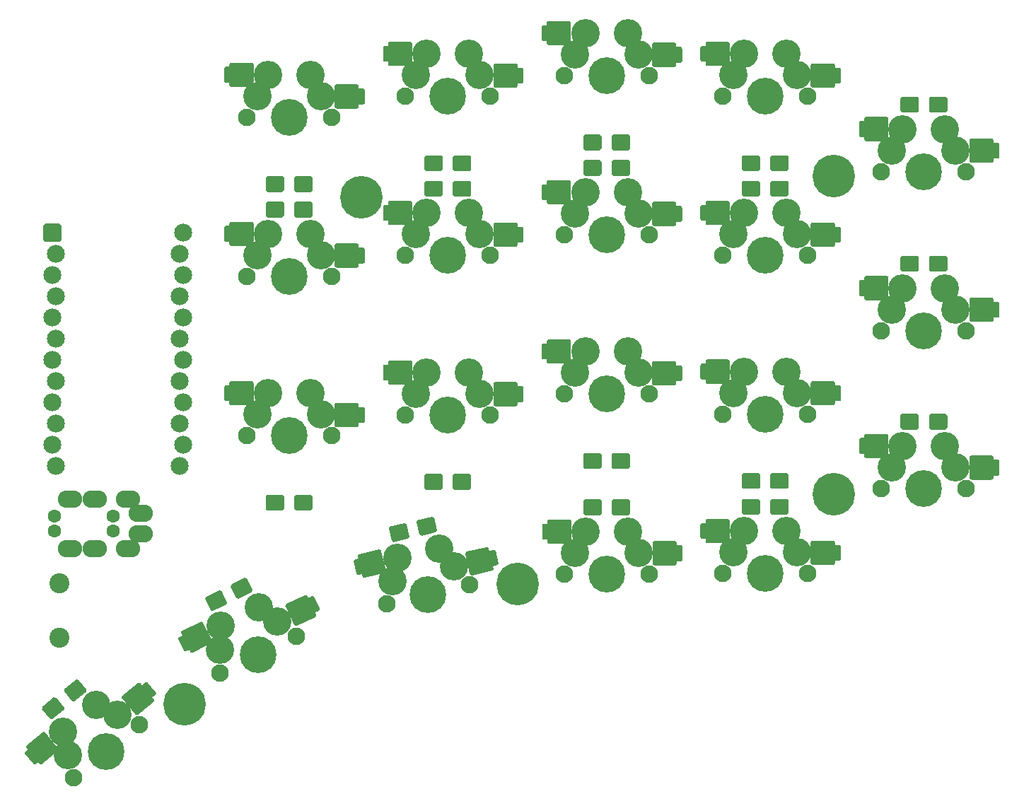
<source format=gts>
G04 #@! TF.GenerationSoftware,KiCad,Pcbnew,5.1.8*
G04 #@! TF.CreationDate,2020-12-01T11:33:55+01:00*
G04 #@! TF.ProjectId,puggle,70756767-6c65-42e6-9b69-6361645f7063,rev?*
G04 #@! TF.SameCoordinates,Original*
G04 #@! TF.FileFunction,Soldermask,Top*
G04 #@! TF.FilePolarity,Negative*
%FSLAX46Y46*%
G04 Gerber Fmt 4.6, Leading zero omitted, Abs format (unit mm)*
G04 Created by KiCad (PCBNEW 5.1.8) date 2020-12-01 11:33:55*
%MOMM*%
%LPD*%
G01*
G04 APERTURE LIST*
%ADD10C,2.400000*%
%ADD11C,1.600000*%
%ADD12O,2.900000X2.100000*%
%ADD13C,2.152600*%
%ADD14C,3.400000*%
%ADD15C,4.400000*%
%ADD16C,2.100000*%
%ADD17C,0.100000*%
%ADD18C,5.100000*%
G04 APERTURE END LIST*
D10*
X92964000Y-105843000D03*
X92964000Y-112343000D03*
D11*
X99432000Y-99540000D03*
X92432000Y-99540000D03*
D12*
X101232000Y-101640000D03*
X102732000Y-97440000D03*
X94232000Y-101640000D03*
X97232000Y-101640000D03*
D11*
X92432000Y-97790000D03*
X99432000Y-97790000D03*
D12*
X94232000Y-95690000D03*
X97232000Y-95690000D03*
X101232000Y-95690000D03*
X102732000Y-99890000D03*
D13*
X107848600Y-63817500D03*
X92608600Y-91757500D03*
X107391400Y-66357500D03*
X107848600Y-68897500D03*
X107391400Y-71437500D03*
X107848600Y-73977500D03*
X107391400Y-76517500D03*
X107848600Y-79057500D03*
X107391400Y-81597500D03*
X107848600Y-84137500D03*
X107391400Y-86677500D03*
X107848600Y-89217500D03*
X107391400Y-91757500D03*
X92151400Y-89217500D03*
X92608600Y-86677500D03*
X92151400Y-84137500D03*
X92608600Y-81597500D03*
X92151400Y-79057500D03*
X92608600Y-76517500D03*
X92151400Y-73977500D03*
X92608600Y-71437500D03*
X92151400Y-68897500D03*
X92608600Y-66357500D03*
G36*
G01*
X91275100Y-62741200D02*
X93027700Y-62741200D01*
G75*
G02*
X93227700Y-62941200I0J-200000D01*
G01*
X93227700Y-64693800D01*
G75*
G02*
X93027700Y-64893800I-200000J0D01*
G01*
X91275100Y-64893800D01*
G75*
G02*
X91075100Y-64693800I0J200000D01*
G01*
X91075100Y-62941200D01*
G75*
G02*
X91275100Y-62741200I200000J0D01*
G01*
G37*
D14*
X181310000Y-102110000D03*
X174960000Y-99570000D03*
X180040000Y-99570000D03*
D15*
X177500000Y-104650000D03*
D16*
X182580000Y-104650000D03*
X172420000Y-104650000D03*
D14*
X173690000Y-102109999D03*
D17*
G36*
X185619608Y-100700963D02*
G01*
X185629363Y-100701924D01*
X185667810Y-100709572D01*
X185677189Y-100712417D01*
X185713416Y-100727423D01*
X185722061Y-100732044D01*
X185754664Y-100753830D01*
X185762240Y-100760048D01*
X185789952Y-100787760D01*
X185796170Y-100795336D01*
X185817956Y-100827939D01*
X185822577Y-100836584D01*
X185837583Y-100872811D01*
X185840428Y-100882190D01*
X185848076Y-100920637D01*
X185849037Y-100930392D01*
X185850000Y-100950000D01*
X185850000Y-101200000D01*
X186350000Y-101200000D01*
X186389018Y-101203843D01*
X186426537Y-101215224D01*
X186461114Y-101233706D01*
X186491421Y-101258579D01*
X186516294Y-101288886D01*
X186534776Y-101323463D01*
X186546157Y-101360982D01*
X186550000Y-101400000D01*
X186550000Y-102900000D01*
X186546157Y-102939018D01*
X186534776Y-102976537D01*
X186516294Y-103011114D01*
X186491421Y-103041421D01*
X186461114Y-103066294D01*
X186426537Y-103084776D01*
X186389018Y-103096157D01*
X186350000Y-103100000D01*
X185850000Y-103100000D01*
X185850000Y-103350000D01*
X185849037Y-103369608D01*
X185848076Y-103379363D01*
X185840428Y-103417810D01*
X185837583Y-103427189D01*
X185822577Y-103463416D01*
X185817956Y-103472061D01*
X185796170Y-103504664D01*
X185789952Y-103512240D01*
X185762240Y-103539952D01*
X185754664Y-103546170D01*
X185722061Y-103567956D01*
X185713416Y-103572577D01*
X185677189Y-103587583D01*
X185667810Y-103590428D01*
X185629363Y-103598076D01*
X185619608Y-103599037D01*
X185600000Y-103600000D01*
X183200000Y-103600000D01*
X183180392Y-103599037D01*
X183170637Y-103598076D01*
X183132190Y-103590428D01*
X183122811Y-103587583D01*
X183086584Y-103572577D01*
X183077939Y-103567956D01*
X183045336Y-103546170D01*
X183037760Y-103539952D01*
X183010048Y-103512240D01*
X183003830Y-103504664D01*
X182982044Y-103472061D01*
X182977423Y-103463416D01*
X182962417Y-103427189D01*
X182959572Y-103417810D01*
X182951924Y-103379363D01*
X182950963Y-103369608D01*
X182950000Y-103350000D01*
X182950000Y-100950000D01*
X182950963Y-100930392D01*
X182951924Y-100920637D01*
X182959572Y-100882190D01*
X182962417Y-100872811D01*
X182977423Y-100836584D01*
X182982044Y-100827939D01*
X183003830Y-100795336D01*
X183010048Y-100787760D01*
X183037760Y-100760048D01*
X183045336Y-100753830D01*
X183077939Y-100732044D01*
X183086584Y-100727423D01*
X183122811Y-100712417D01*
X183132190Y-100709572D01*
X183170637Y-100701924D01*
X183180392Y-100700963D01*
X183200000Y-100700000D01*
X185600000Y-100700000D01*
X185619608Y-100700963D01*
G37*
G36*
X173019608Y-98100963D02*
G01*
X173029363Y-98101924D01*
X173067810Y-98109572D01*
X173077189Y-98112417D01*
X173113416Y-98127423D01*
X173122061Y-98132044D01*
X173154664Y-98153830D01*
X173162240Y-98160048D01*
X173189952Y-98187760D01*
X173196170Y-98195336D01*
X173217956Y-98227939D01*
X173222577Y-98236584D01*
X173237583Y-98272811D01*
X173240428Y-98282190D01*
X173248076Y-98320637D01*
X173249037Y-98330392D01*
X173250000Y-98350000D01*
X173250000Y-100350000D01*
X173249037Y-100369608D01*
X173248076Y-100379363D01*
X173240428Y-100417810D01*
X173237583Y-100427189D01*
X173222577Y-100463416D01*
X173217956Y-100472061D01*
X173196170Y-100504664D01*
X173189952Y-100512240D01*
X173162166Y-100540013D01*
X173154546Y-100546261D01*
X173138675Y-100558013D01*
X172538675Y-100958013D01*
X172521824Y-100968089D01*
X172513175Y-100972700D01*
X172476932Y-100987666D01*
X172467549Y-100990501D01*
X172429212Y-100998095D01*
X172419509Y-100999046D01*
X172400000Y-101000000D01*
X170600000Y-101000000D01*
X170580392Y-100999037D01*
X170570637Y-100998076D01*
X170532190Y-100990428D01*
X170522811Y-100987583D01*
X170486584Y-100972577D01*
X170477939Y-100967956D01*
X170445336Y-100946170D01*
X170437760Y-100939952D01*
X170410048Y-100912240D01*
X170403830Y-100904664D01*
X170382044Y-100872061D01*
X170377423Y-100863416D01*
X170362417Y-100827189D01*
X170359572Y-100817810D01*
X170351924Y-100779363D01*
X170350963Y-100769608D01*
X170350000Y-100750000D01*
X170350000Y-100500000D01*
X169950000Y-100500000D01*
X169910982Y-100496157D01*
X169873463Y-100484776D01*
X169838886Y-100466294D01*
X169808579Y-100441421D01*
X169783706Y-100411114D01*
X169765224Y-100376537D01*
X169753843Y-100339018D01*
X169750000Y-100300000D01*
X169750000Y-98800000D01*
X169753843Y-98760982D01*
X169765224Y-98723463D01*
X169783706Y-98688886D01*
X169808579Y-98658579D01*
X169838886Y-98633706D01*
X169873463Y-98615224D01*
X169910982Y-98603843D01*
X169950000Y-98600000D01*
X170350000Y-98600000D01*
X170350000Y-98350000D01*
X170350963Y-98330392D01*
X170351924Y-98320637D01*
X170359572Y-98282190D01*
X170362417Y-98272811D01*
X170377423Y-98236584D01*
X170382044Y-98227939D01*
X170403830Y-98195336D01*
X170410048Y-98187760D01*
X170437760Y-98160048D01*
X170445336Y-98153830D01*
X170477939Y-98132044D01*
X170486584Y-98127423D01*
X170522811Y-98112417D01*
X170532190Y-98109572D01*
X170570637Y-98101924D01*
X170580392Y-98100963D01*
X170600000Y-98100000D01*
X173000000Y-98100000D01*
X173019608Y-98100963D01*
G37*
G36*
X154069608Y-98150963D02*
G01*
X154079363Y-98151924D01*
X154117810Y-98159572D01*
X154127189Y-98162417D01*
X154163416Y-98177423D01*
X154172061Y-98182044D01*
X154204664Y-98203830D01*
X154212240Y-98210048D01*
X154239952Y-98237760D01*
X154246170Y-98245336D01*
X154267956Y-98277939D01*
X154272577Y-98286584D01*
X154287583Y-98322811D01*
X154290428Y-98332190D01*
X154298076Y-98370637D01*
X154299037Y-98380392D01*
X154300000Y-98400000D01*
X154300000Y-100400000D01*
X154299037Y-100419608D01*
X154298076Y-100429363D01*
X154290428Y-100467810D01*
X154287583Y-100477189D01*
X154272577Y-100513416D01*
X154267956Y-100522061D01*
X154246170Y-100554664D01*
X154239952Y-100562240D01*
X154212166Y-100590013D01*
X154204546Y-100596261D01*
X154188675Y-100608013D01*
X153588675Y-101008013D01*
X153571824Y-101018089D01*
X153563175Y-101022700D01*
X153526932Y-101037666D01*
X153517549Y-101040501D01*
X153479212Y-101048095D01*
X153469509Y-101049046D01*
X153450000Y-101050000D01*
X151650000Y-101050000D01*
X151630392Y-101049037D01*
X151620637Y-101048076D01*
X151582190Y-101040428D01*
X151572811Y-101037583D01*
X151536584Y-101022577D01*
X151527939Y-101017956D01*
X151495336Y-100996170D01*
X151487760Y-100989952D01*
X151460048Y-100962240D01*
X151453830Y-100954664D01*
X151432044Y-100922061D01*
X151427423Y-100913416D01*
X151412417Y-100877189D01*
X151409572Y-100867810D01*
X151401924Y-100829363D01*
X151400963Y-100819608D01*
X151400000Y-100800000D01*
X151400000Y-100550000D01*
X151000000Y-100550000D01*
X150960982Y-100546157D01*
X150923463Y-100534776D01*
X150888886Y-100516294D01*
X150858579Y-100491421D01*
X150833706Y-100461114D01*
X150815224Y-100426537D01*
X150803843Y-100389018D01*
X150800000Y-100350000D01*
X150800000Y-98850000D01*
X150803843Y-98810982D01*
X150815224Y-98773463D01*
X150833706Y-98738886D01*
X150858579Y-98708579D01*
X150888886Y-98683706D01*
X150923463Y-98665224D01*
X150960982Y-98653843D01*
X151000000Y-98650000D01*
X151400000Y-98650000D01*
X151400000Y-98400000D01*
X151400963Y-98380392D01*
X151401924Y-98370637D01*
X151409572Y-98332190D01*
X151412417Y-98322811D01*
X151427423Y-98286584D01*
X151432044Y-98277939D01*
X151453830Y-98245336D01*
X151460048Y-98237760D01*
X151487760Y-98210048D01*
X151495336Y-98203830D01*
X151527939Y-98182044D01*
X151536584Y-98177423D01*
X151572811Y-98162417D01*
X151582190Y-98159572D01*
X151620637Y-98151924D01*
X151630392Y-98150963D01*
X151650000Y-98150000D01*
X154050000Y-98150000D01*
X154069608Y-98150963D01*
G37*
G36*
X166669608Y-100750963D02*
G01*
X166679363Y-100751924D01*
X166717810Y-100759572D01*
X166727189Y-100762417D01*
X166763416Y-100777423D01*
X166772061Y-100782044D01*
X166804664Y-100803830D01*
X166812240Y-100810048D01*
X166839952Y-100837760D01*
X166846170Y-100845336D01*
X166867956Y-100877939D01*
X166872577Y-100886584D01*
X166887583Y-100922811D01*
X166890428Y-100932190D01*
X166898076Y-100970637D01*
X166899037Y-100980392D01*
X166900000Y-101000000D01*
X166900000Y-101250000D01*
X167400000Y-101250000D01*
X167439018Y-101253843D01*
X167476537Y-101265224D01*
X167511114Y-101283706D01*
X167541421Y-101308579D01*
X167566294Y-101338886D01*
X167584776Y-101373463D01*
X167596157Y-101410982D01*
X167600000Y-101450000D01*
X167600000Y-102950000D01*
X167596157Y-102989018D01*
X167584776Y-103026537D01*
X167566294Y-103061114D01*
X167541421Y-103091421D01*
X167511114Y-103116294D01*
X167476537Y-103134776D01*
X167439018Y-103146157D01*
X167400000Y-103150000D01*
X166900000Y-103150000D01*
X166900000Y-103400000D01*
X166899037Y-103419608D01*
X166898076Y-103429363D01*
X166890428Y-103467810D01*
X166887583Y-103477189D01*
X166872577Y-103513416D01*
X166867956Y-103522061D01*
X166846170Y-103554664D01*
X166839952Y-103562240D01*
X166812240Y-103589952D01*
X166804664Y-103596170D01*
X166772061Y-103617956D01*
X166763416Y-103622577D01*
X166727189Y-103637583D01*
X166717810Y-103640428D01*
X166679363Y-103648076D01*
X166669608Y-103649037D01*
X166650000Y-103650000D01*
X164250000Y-103650000D01*
X164230392Y-103649037D01*
X164220637Y-103648076D01*
X164182190Y-103640428D01*
X164172811Y-103637583D01*
X164136584Y-103622577D01*
X164127939Y-103617956D01*
X164095336Y-103596170D01*
X164087760Y-103589952D01*
X164060048Y-103562240D01*
X164053830Y-103554664D01*
X164032044Y-103522061D01*
X164027423Y-103513416D01*
X164012417Y-103477189D01*
X164009572Y-103467810D01*
X164001924Y-103429363D01*
X164000963Y-103419608D01*
X164000000Y-103400000D01*
X164000000Y-101000000D01*
X164000963Y-100980392D01*
X164001924Y-100970637D01*
X164009572Y-100932190D01*
X164012417Y-100922811D01*
X164027423Y-100886584D01*
X164032044Y-100877939D01*
X164053830Y-100845336D01*
X164060048Y-100837760D01*
X164087760Y-100810048D01*
X164095336Y-100803830D01*
X164127939Y-100782044D01*
X164136584Y-100777423D01*
X164172811Y-100762417D01*
X164182190Y-100759572D01*
X164220637Y-100751924D01*
X164230392Y-100750963D01*
X164250000Y-100750000D01*
X166650000Y-100750000D01*
X166669608Y-100750963D01*
G37*
D14*
X154740000Y-102159999D03*
D16*
X153470000Y-104700000D03*
X163630000Y-104700000D03*
D15*
X158550000Y-104700000D03*
D14*
X161090000Y-99620000D03*
X156010000Y-99620000D03*
X162360000Y-102160000D03*
X140264386Y-103809288D03*
X133505761Y-102762827D03*
X138455561Y-101620075D03*
D15*
X137123412Y-107141251D03*
D16*
X142073212Y-105998500D03*
X132173612Y-108284002D03*
D14*
X132839686Y-105523414D03*
D17*
G36*
X144146575Y-101466913D02*
G01*
X144156296Y-101465655D01*
X144195478Y-101464459D01*
X144205257Y-101465121D01*
X144243931Y-101471593D01*
X144253394Y-101474151D01*
X144290062Y-101488044D01*
X144298843Y-101492399D01*
X144332078Y-101513167D01*
X144339841Y-101519150D01*
X144368403Y-101546016D01*
X144374850Y-101553400D01*
X144397621Y-101585323D01*
X144402503Y-101593822D01*
X144418603Y-101629563D01*
X144421734Y-101638852D01*
X144427083Y-101657741D01*
X144483321Y-101901333D01*
X144970506Y-101788858D01*
X145009388Y-101783825D01*
X145048506Y-101786474D01*
X145086354Y-101796704D01*
X145121480Y-101814122D01*
X145152533Y-101838057D01*
X145178319Y-101867591D01*
X145197849Y-101901588D01*
X145210370Y-101938741D01*
X145547797Y-103400296D01*
X145552829Y-103439179D01*
X145550180Y-103478296D01*
X145539950Y-103516145D01*
X145522532Y-103551270D01*
X145498597Y-103582323D01*
X145469064Y-103608110D01*
X145435067Y-103627639D01*
X145397913Y-103640161D01*
X144910728Y-103752636D01*
X144966966Y-103996229D01*
X144970438Y-104015551D01*
X144971696Y-104025272D01*
X144972893Y-104064454D01*
X144972231Y-104074233D01*
X144965759Y-104112907D01*
X144963201Y-104122370D01*
X144949307Y-104159038D01*
X144944953Y-104167818D01*
X144924185Y-104201054D01*
X144918202Y-104208817D01*
X144891335Y-104237379D01*
X144883951Y-104243826D01*
X144852028Y-104266597D01*
X144843530Y-104271478D01*
X144807789Y-104287579D01*
X144798500Y-104290710D01*
X144779611Y-104296059D01*
X142441123Y-104835942D01*
X142421801Y-104839414D01*
X142412080Y-104840672D01*
X142372898Y-104841869D01*
X142363119Y-104841207D01*
X142324445Y-104834734D01*
X142314982Y-104832177D01*
X142278314Y-104818283D01*
X142269533Y-104813929D01*
X142236298Y-104793161D01*
X142228535Y-104787178D01*
X142199973Y-104760311D01*
X142193526Y-104752927D01*
X142170755Y-104721004D01*
X142165873Y-104712506D01*
X142149772Y-104676764D01*
X142146642Y-104667476D01*
X142141293Y-104648587D01*
X141601410Y-102310099D01*
X141597938Y-102290777D01*
X141596679Y-102281055D01*
X141595483Y-102241873D01*
X141596145Y-102232095D01*
X141602617Y-102193421D01*
X141605175Y-102183958D01*
X141619069Y-102147290D01*
X141623423Y-102138509D01*
X141644191Y-102105273D01*
X141650174Y-102097511D01*
X141677041Y-102068949D01*
X141684424Y-102062502D01*
X141716347Y-102039731D01*
X141724846Y-102034849D01*
X141760587Y-102018748D01*
X141769876Y-102015618D01*
X141788765Y-102010268D01*
X144127253Y-101470386D01*
X144146575Y-101466913D01*
G37*
G36*
X131284639Y-101767934D02*
G01*
X131294360Y-101766676D01*
X131333542Y-101765479D01*
X131343321Y-101766142D01*
X131381995Y-101772614D01*
X131391458Y-101775172D01*
X131428126Y-101789065D01*
X131436907Y-101793419D01*
X131470142Y-101814187D01*
X131477905Y-101820170D01*
X131506467Y-101847037D01*
X131512914Y-101854421D01*
X131535685Y-101886344D01*
X131540567Y-101894843D01*
X131556668Y-101930584D01*
X131559798Y-101939872D01*
X131565147Y-101958761D01*
X132015050Y-103907501D01*
X132018522Y-103926824D01*
X132019780Y-103936545D01*
X132020977Y-103975727D01*
X132020315Y-103985505D01*
X132013842Y-104024179D01*
X132011285Y-104033642D01*
X131997391Y-104070311D01*
X131993037Y-104079091D01*
X131972210Y-104112403D01*
X131966191Y-104120205D01*
X131953371Y-104135226D01*
X131458729Y-104659944D01*
X131444576Y-104673553D01*
X131437186Y-104679991D01*
X131405239Y-104702727D01*
X131396734Y-104707600D01*
X131361088Y-104723623D01*
X131351848Y-104726732D01*
X131333053Y-104732050D01*
X129579187Y-105136962D01*
X129559865Y-105140435D01*
X129550144Y-105141693D01*
X129510962Y-105142890D01*
X129501183Y-105142227D01*
X129462509Y-105135755D01*
X129453046Y-105133197D01*
X129416378Y-105119304D01*
X129407597Y-105114949D01*
X129374362Y-105094181D01*
X129366599Y-105088198D01*
X129338037Y-105061332D01*
X129331590Y-105053948D01*
X129308819Y-105022025D01*
X129303937Y-105013526D01*
X129287837Y-104977785D01*
X129284706Y-104968496D01*
X129279357Y-104949608D01*
X129223119Y-104706015D01*
X128833371Y-104795995D01*
X128794489Y-104801028D01*
X128755371Y-104798379D01*
X128717523Y-104788149D01*
X128682397Y-104770731D01*
X128651344Y-104746796D01*
X128625558Y-104717262D01*
X128606028Y-104683265D01*
X128593507Y-104646112D01*
X128256080Y-103184557D01*
X128251048Y-103145674D01*
X128253697Y-103106557D01*
X128263927Y-103068708D01*
X128281345Y-103033583D01*
X128305280Y-103002530D01*
X128334813Y-102976743D01*
X128368810Y-102957214D01*
X128405964Y-102944692D01*
X128795712Y-102854712D01*
X128739474Y-102611119D01*
X128736002Y-102591797D01*
X128734744Y-102582076D01*
X128733547Y-102542894D01*
X128734209Y-102533116D01*
X128740681Y-102494441D01*
X128743239Y-102484978D01*
X128757133Y-102448310D01*
X128761487Y-102439530D01*
X128782255Y-102406294D01*
X128788238Y-102398531D01*
X128815105Y-102369970D01*
X128822489Y-102363522D01*
X128854412Y-102340752D01*
X128862910Y-102335870D01*
X128898651Y-102319769D01*
X128907940Y-102316638D01*
X128926829Y-102311289D01*
X131265317Y-101771407D01*
X131284639Y-101767934D01*
G37*
D14*
X119106091Y-110386736D03*
X112285286Y-110887456D03*
X116851159Y-108660531D03*
D15*
X116795148Y-114339867D03*
D16*
X121361022Y-112112942D03*
X112229274Y-116566792D03*
D14*
X112257280Y-113727123D03*
D17*
G36*
X122361860Y-107231094D02*
G01*
X122371049Y-107227681D01*
X122408958Y-107217701D01*
X122418634Y-107216147D01*
X122457773Y-107213753D01*
X122467569Y-107214117D01*
X122506423Y-107219406D01*
X122515958Y-107221674D01*
X122553013Y-107234433D01*
X122561923Y-107238516D01*
X122595797Y-107258269D01*
X122603740Y-107264014D01*
X122633108Y-107289996D01*
X122639776Y-107297179D01*
X122663504Y-107328382D01*
X122668644Y-107336728D01*
X122678106Y-107353930D01*
X122787698Y-107578628D01*
X123237095Y-107359443D01*
X123273849Y-107345792D01*
X123312560Y-107339574D01*
X123351740Y-107341028D01*
X123389883Y-107350098D01*
X123425524Y-107366434D01*
X123457294Y-107389410D01*
X123483970Y-107418143D01*
X123504528Y-107451527D01*
X124162085Y-108799718D01*
X124175735Y-108836472D01*
X124181953Y-108875183D01*
X124180500Y-108914363D01*
X124171430Y-108952506D01*
X124155093Y-108988148D01*
X124132118Y-109019917D01*
X124103385Y-109046593D01*
X124070001Y-109067151D01*
X123620603Y-109286337D01*
X123730196Y-109511036D01*
X123737926Y-109529081D01*
X123741339Y-109538270D01*
X123751319Y-109576179D01*
X123752873Y-109585856D01*
X123755267Y-109624995D01*
X123754903Y-109634790D01*
X123749614Y-109673644D01*
X123747347Y-109683179D01*
X123734588Y-109720235D01*
X123730504Y-109729145D01*
X123710751Y-109763018D01*
X123705007Y-109770961D01*
X123679024Y-109800329D01*
X123671842Y-109806998D01*
X123640638Y-109830726D01*
X123632292Y-109835866D01*
X123615091Y-109845327D01*
X121457985Y-110897418D01*
X121439939Y-110905148D01*
X121430750Y-110908560D01*
X121392842Y-110918540D01*
X121383165Y-110920095D01*
X121344026Y-110922488D01*
X121334230Y-110922125D01*
X121295376Y-110916836D01*
X121285841Y-110914568D01*
X121248786Y-110901809D01*
X121239876Y-110897725D01*
X121206003Y-110877972D01*
X121198059Y-110872228D01*
X121168691Y-110846246D01*
X121162023Y-110839063D01*
X121138295Y-110807860D01*
X121133155Y-110799513D01*
X121123694Y-110782312D01*
X120071603Y-108625206D01*
X120063873Y-108607160D01*
X120060460Y-108597971D01*
X120050480Y-108560063D01*
X120048926Y-108550386D01*
X120046532Y-108511247D01*
X120046896Y-108501451D01*
X120052185Y-108462598D01*
X120054452Y-108453062D01*
X120067211Y-108416007D01*
X120071295Y-108407097D01*
X120091048Y-108373224D01*
X120096792Y-108365281D01*
X120122775Y-108335913D01*
X120129957Y-108329244D01*
X120161161Y-108305516D01*
X120169507Y-108300376D01*
X120186709Y-108290915D01*
X122343814Y-107238824D01*
X122361860Y-107231094D01*
G37*
G36*
X109897289Y-110417706D02*
G01*
X109906478Y-110414294D01*
X109944387Y-110404314D01*
X109954064Y-110402759D01*
X109993203Y-110400366D01*
X110002999Y-110400729D01*
X110041852Y-110406018D01*
X110051387Y-110408286D01*
X110088443Y-110421045D01*
X110097353Y-110425129D01*
X110131226Y-110444882D01*
X110139169Y-110450626D01*
X110168537Y-110476609D01*
X110175206Y-110483791D01*
X110198934Y-110514994D01*
X110204074Y-110523341D01*
X110213535Y-110540542D01*
X111090277Y-112338130D01*
X111098007Y-112356176D01*
X111101420Y-112365365D01*
X111111400Y-112403274D01*
X111112954Y-112412951D01*
X111115348Y-112452089D01*
X111114984Y-112461885D01*
X111109696Y-112500739D01*
X111107428Y-112510274D01*
X111094629Y-112547417D01*
X111090519Y-112556373D01*
X111081406Y-112573893D01*
X110717478Y-113196433D01*
X110706749Y-113212876D01*
X110700997Y-113220812D01*
X110674983Y-113250151D01*
X110667792Y-113256813D01*
X110636664Y-113280444D01*
X110628360Y-113285552D01*
X110611244Y-113294962D01*
X108993414Y-114084030D01*
X108975369Y-114091760D01*
X108966180Y-114095173D01*
X108928271Y-114105153D01*
X108918594Y-114106707D01*
X108879455Y-114109101D01*
X108869660Y-114108737D01*
X108830806Y-114103448D01*
X108821271Y-114101181D01*
X108784215Y-114088421D01*
X108775305Y-114084338D01*
X108741432Y-114064585D01*
X108733489Y-114058840D01*
X108704121Y-114032858D01*
X108697452Y-114025675D01*
X108673724Y-113994472D01*
X108668584Y-113986126D01*
X108659123Y-113968924D01*
X108549530Y-113744226D01*
X108190013Y-113919574D01*
X108153259Y-113933225D01*
X108114548Y-113939443D01*
X108075368Y-113937989D01*
X108037225Y-113928919D01*
X108001584Y-113912583D01*
X107969814Y-113889607D01*
X107943138Y-113860874D01*
X107922580Y-113827490D01*
X107265023Y-112479299D01*
X107251373Y-112442545D01*
X107245155Y-112403834D01*
X107246608Y-112364654D01*
X107255678Y-112326511D01*
X107272015Y-112290869D01*
X107294990Y-112259100D01*
X107323723Y-112232424D01*
X107357107Y-112211866D01*
X107716625Y-112036517D01*
X107607032Y-111811819D01*
X107599302Y-111793773D01*
X107595890Y-111784584D01*
X107585910Y-111746675D01*
X107584355Y-111736998D01*
X107581962Y-111697860D01*
X107582325Y-111688064D01*
X107587614Y-111649210D01*
X107589882Y-111639675D01*
X107602641Y-111602619D01*
X107606724Y-111593710D01*
X107626478Y-111559836D01*
X107632222Y-111551893D01*
X107658204Y-111522525D01*
X107665387Y-111515856D01*
X107696590Y-111492128D01*
X107704937Y-111486988D01*
X107722138Y-111477527D01*
X109879244Y-110425437D01*
X109897289Y-110417706D01*
G37*
D14*
X99969685Y-121555186D03*
X93436335Y-123577419D03*
X97384236Y-120380472D03*
D15*
X98607233Y-125926847D03*
D16*
X102555134Y-122729899D03*
X94659332Y-129123795D03*
D14*
X94047832Y-126350606D03*
D17*
G36*
X102432144Y-117748034D02*
G01*
X102440330Y-117742642D01*
X102475022Y-117724390D01*
X102484101Y-117720699D01*
X102521699Y-117709562D01*
X102531325Y-117707713D01*
X102570373Y-117704126D01*
X102580174Y-117704191D01*
X102619150Y-117708287D01*
X102628750Y-117710262D01*
X102666198Y-117721889D01*
X102675230Y-117725699D01*
X102709690Y-117744409D01*
X102717804Y-117749907D01*
X102747943Y-117774973D01*
X102754829Y-117781950D01*
X102767917Y-117796582D01*
X102925247Y-117990868D01*
X103313820Y-117676208D01*
X103346561Y-117654640D01*
X103382881Y-117639873D01*
X103421383Y-117632476D01*
X103460589Y-117632734D01*
X103498992Y-117640633D01*
X103535115Y-117655874D01*
X103567572Y-117677869D01*
X103595113Y-117705773D01*
X104539094Y-118871492D01*
X104560662Y-118904233D01*
X104575429Y-118940553D01*
X104582825Y-118979056D01*
X104582568Y-119018262D01*
X104574668Y-119056665D01*
X104559428Y-119092788D01*
X104537433Y-119125244D01*
X104509528Y-119152786D01*
X104120955Y-119467446D01*
X104278286Y-119661732D01*
X104289877Y-119677577D01*
X104295269Y-119685762D01*
X104313521Y-119720454D01*
X104317212Y-119729534D01*
X104328349Y-119767131D01*
X104330198Y-119776757D01*
X104333785Y-119815805D01*
X104333720Y-119825606D01*
X104329624Y-119864582D01*
X104327649Y-119874182D01*
X104316022Y-119911630D01*
X104312212Y-119920662D01*
X104293502Y-119955122D01*
X104288004Y-119963236D01*
X104262938Y-119993375D01*
X104255961Y-120000261D01*
X104241329Y-120013349D01*
X102376179Y-121523718D01*
X102360335Y-121535309D01*
X102352149Y-121540701D01*
X102317457Y-121558953D01*
X102308377Y-121562645D01*
X102270780Y-121573781D01*
X102261154Y-121575630D01*
X102222106Y-121579217D01*
X102212305Y-121579153D01*
X102173329Y-121575056D01*
X102163729Y-121573082D01*
X102126281Y-121561455D01*
X102117249Y-121557644D01*
X102082789Y-121538934D01*
X102074675Y-121533436D01*
X102044536Y-121508370D01*
X102037650Y-121501394D01*
X102024562Y-121486761D01*
X100514193Y-119621611D01*
X100502602Y-119605767D01*
X100497210Y-119597581D01*
X100478958Y-119562889D01*
X100475267Y-119553810D01*
X100464130Y-119516212D01*
X100462281Y-119506586D01*
X100458694Y-119467538D01*
X100458758Y-119457737D01*
X100462855Y-119418761D01*
X100464830Y-119409161D01*
X100476456Y-119371713D01*
X100480267Y-119362681D01*
X100498977Y-119328221D01*
X100504475Y-119320108D01*
X100529541Y-119289968D01*
X100536517Y-119283083D01*
X100551150Y-119269994D01*
X102416300Y-117759626D01*
X102432144Y-117748034D01*
G37*
G36*
X91003872Y-123656891D02*
G01*
X91012058Y-123651499D01*
X91046750Y-123633247D01*
X91055829Y-123629556D01*
X91093426Y-123618419D01*
X91103053Y-123616570D01*
X91142100Y-123612983D01*
X91151901Y-123613047D01*
X91190877Y-123617144D01*
X91200477Y-123619119D01*
X91237926Y-123630745D01*
X91246957Y-123634556D01*
X91281418Y-123653266D01*
X91289531Y-123658764D01*
X91319670Y-123683830D01*
X91326556Y-123690806D01*
X91339644Y-123705439D01*
X92598285Y-125259731D01*
X92609876Y-125275575D01*
X92615268Y-125283761D01*
X92633520Y-125318453D01*
X92637212Y-125327532D01*
X92648348Y-125365129D01*
X92650198Y-125374756D01*
X92653784Y-125413803D01*
X92653720Y-125423604D01*
X92649604Y-125462674D01*
X92647614Y-125472325D01*
X92642676Y-125491446D01*
X92428117Y-126179897D01*
X92421362Y-126198332D01*
X92417542Y-126207358D01*
X92398794Y-126241798D01*
X92393287Y-126249906D01*
X92368272Y-126279934D01*
X92361330Y-126286779D01*
X92346769Y-126299798D01*
X90947906Y-127432575D01*
X90932062Y-127444166D01*
X90923876Y-127449558D01*
X90889184Y-127467810D01*
X90880105Y-127471501D01*
X90842508Y-127482638D01*
X90832881Y-127484487D01*
X90793834Y-127488074D01*
X90784033Y-127488009D01*
X90745057Y-127483913D01*
X90735457Y-127481938D01*
X90698008Y-127470311D01*
X90688976Y-127466501D01*
X90654516Y-127447791D01*
X90646403Y-127442293D01*
X90616264Y-127417227D01*
X90609378Y-127410250D01*
X90596290Y-127395618D01*
X90438960Y-127201332D01*
X90128101Y-127453060D01*
X90095360Y-127474628D01*
X90059040Y-127489395D01*
X90020538Y-127496792D01*
X89981332Y-127496534D01*
X89942929Y-127488635D01*
X89906806Y-127473394D01*
X89874349Y-127451399D01*
X89846808Y-127423495D01*
X88902827Y-126257776D01*
X88881259Y-126225035D01*
X88866492Y-126188715D01*
X88859096Y-126150212D01*
X88859353Y-126111006D01*
X88867253Y-126072603D01*
X88882493Y-126036480D01*
X88904488Y-126004024D01*
X88932393Y-125976482D01*
X89243251Y-125724754D01*
X89085921Y-125530468D01*
X89074330Y-125514624D01*
X89068937Y-125506438D01*
X89050685Y-125471746D01*
X89046994Y-125462666D01*
X89035858Y-125425069D01*
X89034008Y-125415443D01*
X89030421Y-125376395D01*
X89030486Y-125366594D01*
X89034582Y-125327618D01*
X89036557Y-125318018D01*
X89048184Y-125280570D01*
X89051994Y-125271538D01*
X89070704Y-125237078D01*
X89076203Y-125228964D01*
X89101269Y-125198825D01*
X89108245Y-125191939D01*
X89122877Y-125178851D01*
X90988028Y-123668482D01*
X91003872Y-123656891D01*
G37*
D14*
X200310000Y-91910000D03*
X193960000Y-89370000D03*
X199040000Y-89370000D03*
D15*
X196500000Y-94450000D03*
D16*
X201580000Y-94450000D03*
X191420000Y-94450000D03*
D14*
X192690000Y-91909999D03*
D17*
G36*
X204619608Y-90500963D02*
G01*
X204629363Y-90501924D01*
X204667810Y-90509572D01*
X204677189Y-90512417D01*
X204713416Y-90527423D01*
X204722061Y-90532044D01*
X204754664Y-90553830D01*
X204762240Y-90560048D01*
X204789952Y-90587760D01*
X204796170Y-90595336D01*
X204817956Y-90627939D01*
X204822577Y-90636584D01*
X204837583Y-90672811D01*
X204840428Y-90682190D01*
X204848076Y-90720637D01*
X204849037Y-90730392D01*
X204850000Y-90750000D01*
X204850000Y-91000000D01*
X205350000Y-91000000D01*
X205389018Y-91003843D01*
X205426537Y-91015224D01*
X205461114Y-91033706D01*
X205491421Y-91058579D01*
X205516294Y-91088886D01*
X205534776Y-91123463D01*
X205546157Y-91160982D01*
X205550000Y-91200000D01*
X205550000Y-92700000D01*
X205546157Y-92739018D01*
X205534776Y-92776537D01*
X205516294Y-92811114D01*
X205491421Y-92841421D01*
X205461114Y-92866294D01*
X205426537Y-92884776D01*
X205389018Y-92896157D01*
X205350000Y-92900000D01*
X204850000Y-92900000D01*
X204850000Y-93150000D01*
X204849037Y-93169608D01*
X204848076Y-93179363D01*
X204840428Y-93217810D01*
X204837583Y-93227189D01*
X204822577Y-93263416D01*
X204817956Y-93272061D01*
X204796170Y-93304664D01*
X204789952Y-93312240D01*
X204762240Y-93339952D01*
X204754664Y-93346170D01*
X204722061Y-93367956D01*
X204713416Y-93372577D01*
X204677189Y-93387583D01*
X204667810Y-93390428D01*
X204629363Y-93398076D01*
X204619608Y-93399037D01*
X204600000Y-93400000D01*
X202200000Y-93400000D01*
X202180392Y-93399037D01*
X202170637Y-93398076D01*
X202132190Y-93390428D01*
X202122811Y-93387583D01*
X202086584Y-93372577D01*
X202077939Y-93367956D01*
X202045336Y-93346170D01*
X202037760Y-93339952D01*
X202010048Y-93312240D01*
X202003830Y-93304664D01*
X201982044Y-93272061D01*
X201977423Y-93263416D01*
X201962417Y-93227189D01*
X201959572Y-93217810D01*
X201951924Y-93179363D01*
X201950963Y-93169608D01*
X201950000Y-93150000D01*
X201950000Y-90750000D01*
X201950963Y-90730392D01*
X201951924Y-90720637D01*
X201959572Y-90682190D01*
X201962417Y-90672811D01*
X201977423Y-90636584D01*
X201982044Y-90627939D01*
X202003830Y-90595336D01*
X202010048Y-90587760D01*
X202037760Y-90560048D01*
X202045336Y-90553830D01*
X202077939Y-90532044D01*
X202086584Y-90527423D01*
X202122811Y-90512417D01*
X202132190Y-90509572D01*
X202170637Y-90501924D01*
X202180392Y-90500963D01*
X202200000Y-90500000D01*
X204600000Y-90500000D01*
X204619608Y-90500963D01*
G37*
G36*
X192019608Y-87900963D02*
G01*
X192029363Y-87901924D01*
X192067810Y-87909572D01*
X192077189Y-87912417D01*
X192113416Y-87927423D01*
X192122061Y-87932044D01*
X192154664Y-87953830D01*
X192162240Y-87960048D01*
X192189952Y-87987760D01*
X192196170Y-87995336D01*
X192217956Y-88027939D01*
X192222577Y-88036584D01*
X192237583Y-88072811D01*
X192240428Y-88082190D01*
X192248076Y-88120637D01*
X192249037Y-88130392D01*
X192250000Y-88150000D01*
X192250000Y-90150000D01*
X192249037Y-90169608D01*
X192248076Y-90179363D01*
X192240428Y-90217810D01*
X192237583Y-90227189D01*
X192222577Y-90263416D01*
X192217956Y-90272061D01*
X192196170Y-90304664D01*
X192189952Y-90312240D01*
X192162166Y-90340013D01*
X192154546Y-90346261D01*
X192138675Y-90358013D01*
X191538675Y-90758013D01*
X191521824Y-90768089D01*
X191513175Y-90772700D01*
X191476932Y-90787666D01*
X191467549Y-90790501D01*
X191429212Y-90798095D01*
X191419509Y-90799046D01*
X191400000Y-90800000D01*
X189600000Y-90800000D01*
X189580392Y-90799037D01*
X189570637Y-90798076D01*
X189532190Y-90790428D01*
X189522811Y-90787583D01*
X189486584Y-90772577D01*
X189477939Y-90767956D01*
X189445336Y-90746170D01*
X189437760Y-90739952D01*
X189410048Y-90712240D01*
X189403830Y-90704664D01*
X189382044Y-90672061D01*
X189377423Y-90663416D01*
X189362417Y-90627189D01*
X189359572Y-90617810D01*
X189351924Y-90579363D01*
X189350963Y-90569608D01*
X189350000Y-90550000D01*
X189350000Y-90300000D01*
X188950000Y-90300000D01*
X188910982Y-90296157D01*
X188873463Y-90284776D01*
X188838886Y-90266294D01*
X188808579Y-90241421D01*
X188783706Y-90211114D01*
X188765224Y-90176537D01*
X188753843Y-90139018D01*
X188750000Y-90100000D01*
X188750000Y-88600000D01*
X188753843Y-88560982D01*
X188765224Y-88523463D01*
X188783706Y-88488886D01*
X188808579Y-88458579D01*
X188838886Y-88433706D01*
X188873463Y-88415224D01*
X188910982Y-88403843D01*
X188950000Y-88400000D01*
X189350000Y-88400000D01*
X189350000Y-88150000D01*
X189350963Y-88130392D01*
X189351924Y-88120637D01*
X189359572Y-88082190D01*
X189362417Y-88072811D01*
X189377423Y-88036584D01*
X189382044Y-88027939D01*
X189403830Y-87995336D01*
X189410048Y-87987760D01*
X189437760Y-87960048D01*
X189445336Y-87953830D01*
X189477939Y-87932044D01*
X189486584Y-87927423D01*
X189522811Y-87912417D01*
X189532190Y-87909572D01*
X189570637Y-87901924D01*
X189580392Y-87900963D01*
X189600000Y-87900000D01*
X192000000Y-87900000D01*
X192019608Y-87900963D01*
G37*
D14*
X181310000Y-83010000D03*
X174960000Y-80470000D03*
X180040000Y-80470000D03*
D15*
X177500000Y-85550000D03*
D16*
X182580000Y-85550000D03*
X172420000Y-85550000D03*
D14*
X173690000Y-83009999D03*
D17*
G36*
X185619608Y-81600963D02*
G01*
X185629363Y-81601924D01*
X185667810Y-81609572D01*
X185677189Y-81612417D01*
X185713416Y-81627423D01*
X185722061Y-81632044D01*
X185754664Y-81653830D01*
X185762240Y-81660048D01*
X185789952Y-81687760D01*
X185796170Y-81695336D01*
X185817956Y-81727939D01*
X185822577Y-81736584D01*
X185837583Y-81772811D01*
X185840428Y-81782190D01*
X185848076Y-81820637D01*
X185849037Y-81830392D01*
X185850000Y-81850000D01*
X185850000Y-82100000D01*
X186350000Y-82100000D01*
X186389018Y-82103843D01*
X186426537Y-82115224D01*
X186461114Y-82133706D01*
X186491421Y-82158579D01*
X186516294Y-82188886D01*
X186534776Y-82223463D01*
X186546157Y-82260982D01*
X186550000Y-82300000D01*
X186550000Y-83800000D01*
X186546157Y-83839018D01*
X186534776Y-83876537D01*
X186516294Y-83911114D01*
X186491421Y-83941421D01*
X186461114Y-83966294D01*
X186426537Y-83984776D01*
X186389018Y-83996157D01*
X186350000Y-84000000D01*
X185850000Y-84000000D01*
X185850000Y-84250000D01*
X185849037Y-84269608D01*
X185848076Y-84279363D01*
X185840428Y-84317810D01*
X185837583Y-84327189D01*
X185822577Y-84363416D01*
X185817956Y-84372061D01*
X185796170Y-84404664D01*
X185789952Y-84412240D01*
X185762240Y-84439952D01*
X185754664Y-84446170D01*
X185722061Y-84467956D01*
X185713416Y-84472577D01*
X185677189Y-84487583D01*
X185667810Y-84490428D01*
X185629363Y-84498076D01*
X185619608Y-84499037D01*
X185600000Y-84500000D01*
X183200000Y-84500000D01*
X183180392Y-84499037D01*
X183170637Y-84498076D01*
X183132190Y-84490428D01*
X183122811Y-84487583D01*
X183086584Y-84472577D01*
X183077939Y-84467956D01*
X183045336Y-84446170D01*
X183037760Y-84439952D01*
X183010048Y-84412240D01*
X183003830Y-84404664D01*
X182982044Y-84372061D01*
X182977423Y-84363416D01*
X182962417Y-84327189D01*
X182959572Y-84317810D01*
X182951924Y-84279363D01*
X182950963Y-84269608D01*
X182950000Y-84250000D01*
X182950000Y-81850000D01*
X182950963Y-81830392D01*
X182951924Y-81820637D01*
X182959572Y-81782190D01*
X182962417Y-81772811D01*
X182977423Y-81736584D01*
X182982044Y-81727939D01*
X183003830Y-81695336D01*
X183010048Y-81687760D01*
X183037760Y-81660048D01*
X183045336Y-81653830D01*
X183077939Y-81632044D01*
X183086584Y-81627423D01*
X183122811Y-81612417D01*
X183132190Y-81609572D01*
X183170637Y-81601924D01*
X183180392Y-81600963D01*
X183200000Y-81600000D01*
X185600000Y-81600000D01*
X185619608Y-81600963D01*
G37*
G36*
X173019608Y-79000963D02*
G01*
X173029363Y-79001924D01*
X173067810Y-79009572D01*
X173077189Y-79012417D01*
X173113416Y-79027423D01*
X173122061Y-79032044D01*
X173154664Y-79053830D01*
X173162240Y-79060048D01*
X173189952Y-79087760D01*
X173196170Y-79095336D01*
X173217956Y-79127939D01*
X173222577Y-79136584D01*
X173237583Y-79172811D01*
X173240428Y-79182190D01*
X173248076Y-79220637D01*
X173249037Y-79230392D01*
X173250000Y-79250000D01*
X173250000Y-81250000D01*
X173249037Y-81269608D01*
X173248076Y-81279363D01*
X173240428Y-81317810D01*
X173237583Y-81327189D01*
X173222577Y-81363416D01*
X173217956Y-81372061D01*
X173196170Y-81404664D01*
X173189952Y-81412240D01*
X173162166Y-81440013D01*
X173154546Y-81446261D01*
X173138675Y-81458013D01*
X172538675Y-81858013D01*
X172521824Y-81868089D01*
X172513175Y-81872700D01*
X172476932Y-81887666D01*
X172467549Y-81890501D01*
X172429212Y-81898095D01*
X172419509Y-81899046D01*
X172400000Y-81900000D01*
X170600000Y-81900000D01*
X170580392Y-81899037D01*
X170570637Y-81898076D01*
X170532190Y-81890428D01*
X170522811Y-81887583D01*
X170486584Y-81872577D01*
X170477939Y-81867956D01*
X170445336Y-81846170D01*
X170437760Y-81839952D01*
X170410048Y-81812240D01*
X170403830Y-81804664D01*
X170382044Y-81772061D01*
X170377423Y-81763416D01*
X170362417Y-81727189D01*
X170359572Y-81717810D01*
X170351924Y-81679363D01*
X170350963Y-81669608D01*
X170350000Y-81650000D01*
X170350000Y-81400000D01*
X169950000Y-81400000D01*
X169910982Y-81396157D01*
X169873463Y-81384776D01*
X169838886Y-81366294D01*
X169808579Y-81341421D01*
X169783706Y-81311114D01*
X169765224Y-81276537D01*
X169753843Y-81239018D01*
X169750000Y-81200000D01*
X169750000Y-79700000D01*
X169753843Y-79660982D01*
X169765224Y-79623463D01*
X169783706Y-79588886D01*
X169808579Y-79558579D01*
X169838886Y-79533706D01*
X169873463Y-79515224D01*
X169910982Y-79503843D01*
X169950000Y-79500000D01*
X170350000Y-79500000D01*
X170350000Y-79250000D01*
X170350963Y-79230392D01*
X170351924Y-79220637D01*
X170359572Y-79182190D01*
X170362417Y-79172811D01*
X170377423Y-79136584D01*
X170382044Y-79127939D01*
X170403830Y-79095336D01*
X170410048Y-79087760D01*
X170437760Y-79060048D01*
X170445336Y-79053830D01*
X170477939Y-79032044D01*
X170486584Y-79027423D01*
X170522811Y-79012417D01*
X170532190Y-79009572D01*
X170570637Y-79001924D01*
X170580392Y-79000963D01*
X170600000Y-79000000D01*
X173000000Y-79000000D01*
X173019608Y-79000963D01*
G37*
D14*
X162310000Y-80610000D03*
X155960000Y-78070000D03*
X161040000Y-78070000D03*
D15*
X158500000Y-83150000D03*
D16*
X163580000Y-83150000D03*
X153420000Y-83150000D03*
D14*
X154690000Y-80609999D03*
D17*
G36*
X166619608Y-79200963D02*
G01*
X166629363Y-79201924D01*
X166667810Y-79209572D01*
X166677189Y-79212417D01*
X166713416Y-79227423D01*
X166722061Y-79232044D01*
X166754664Y-79253830D01*
X166762240Y-79260048D01*
X166789952Y-79287760D01*
X166796170Y-79295336D01*
X166817956Y-79327939D01*
X166822577Y-79336584D01*
X166837583Y-79372811D01*
X166840428Y-79382190D01*
X166848076Y-79420637D01*
X166849037Y-79430392D01*
X166850000Y-79450000D01*
X166850000Y-79700000D01*
X167350000Y-79700000D01*
X167389018Y-79703843D01*
X167426537Y-79715224D01*
X167461114Y-79733706D01*
X167491421Y-79758579D01*
X167516294Y-79788886D01*
X167534776Y-79823463D01*
X167546157Y-79860982D01*
X167550000Y-79900000D01*
X167550000Y-81400000D01*
X167546157Y-81439018D01*
X167534776Y-81476537D01*
X167516294Y-81511114D01*
X167491421Y-81541421D01*
X167461114Y-81566294D01*
X167426537Y-81584776D01*
X167389018Y-81596157D01*
X167350000Y-81600000D01*
X166850000Y-81600000D01*
X166850000Y-81850000D01*
X166849037Y-81869608D01*
X166848076Y-81879363D01*
X166840428Y-81917810D01*
X166837583Y-81927189D01*
X166822577Y-81963416D01*
X166817956Y-81972061D01*
X166796170Y-82004664D01*
X166789952Y-82012240D01*
X166762240Y-82039952D01*
X166754664Y-82046170D01*
X166722061Y-82067956D01*
X166713416Y-82072577D01*
X166677189Y-82087583D01*
X166667810Y-82090428D01*
X166629363Y-82098076D01*
X166619608Y-82099037D01*
X166600000Y-82100000D01*
X164200000Y-82100000D01*
X164180392Y-82099037D01*
X164170637Y-82098076D01*
X164132190Y-82090428D01*
X164122811Y-82087583D01*
X164086584Y-82072577D01*
X164077939Y-82067956D01*
X164045336Y-82046170D01*
X164037760Y-82039952D01*
X164010048Y-82012240D01*
X164003830Y-82004664D01*
X163982044Y-81972061D01*
X163977423Y-81963416D01*
X163962417Y-81927189D01*
X163959572Y-81917810D01*
X163951924Y-81879363D01*
X163950963Y-81869608D01*
X163950000Y-81850000D01*
X163950000Y-79450000D01*
X163950963Y-79430392D01*
X163951924Y-79420637D01*
X163959572Y-79382190D01*
X163962417Y-79372811D01*
X163977423Y-79336584D01*
X163982044Y-79327939D01*
X164003830Y-79295336D01*
X164010048Y-79287760D01*
X164037760Y-79260048D01*
X164045336Y-79253830D01*
X164077939Y-79232044D01*
X164086584Y-79227423D01*
X164122811Y-79212417D01*
X164132190Y-79209572D01*
X164170637Y-79201924D01*
X164180392Y-79200963D01*
X164200000Y-79200000D01*
X166600000Y-79200000D01*
X166619608Y-79200963D01*
G37*
G36*
X154019608Y-76600963D02*
G01*
X154029363Y-76601924D01*
X154067810Y-76609572D01*
X154077189Y-76612417D01*
X154113416Y-76627423D01*
X154122061Y-76632044D01*
X154154664Y-76653830D01*
X154162240Y-76660048D01*
X154189952Y-76687760D01*
X154196170Y-76695336D01*
X154217956Y-76727939D01*
X154222577Y-76736584D01*
X154237583Y-76772811D01*
X154240428Y-76782190D01*
X154248076Y-76820637D01*
X154249037Y-76830392D01*
X154250000Y-76850000D01*
X154250000Y-78850000D01*
X154249037Y-78869608D01*
X154248076Y-78879363D01*
X154240428Y-78917810D01*
X154237583Y-78927189D01*
X154222577Y-78963416D01*
X154217956Y-78972061D01*
X154196170Y-79004664D01*
X154189952Y-79012240D01*
X154162166Y-79040013D01*
X154154546Y-79046261D01*
X154138675Y-79058013D01*
X153538675Y-79458013D01*
X153521824Y-79468089D01*
X153513175Y-79472700D01*
X153476932Y-79487666D01*
X153467549Y-79490501D01*
X153429212Y-79498095D01*
X153419509Y-79499046D01*
X153400000Y-79500000D01*
X151600000Y-79500000D01*
X151580392Y-79499037D01*
X151570637Y-79498076D01*
X151532190Y-79490428D01*
X151522811Y-79487583D01*
X151486584Y-79472577D01*
X151477939Y-79467956D01*
X151445336Y-79446170D01*
X151437760Y-79439952D01*
X151410048Y-79412240D01*
X151403830Y-79404664D01*
X151382044Y-79372061D01*
X151377423Y-79363416D01*
X151362417Y-79327189D01*
X151359572Y-79317810D01*
X151351924Y-79279363D01*
X151350963Y-79269608D01*
X151350000Y-79250000D01*
X151350000Y-79000000D01*
X150950000Y-79000000D01*
X150910982Y-78996157D01*
X150873463Y-78984776D01*
X150838886Y-78966294D01*
X150808579Y-78941421D01*
X150783706Y-78911114D01*
X150765224Y-78876537D01*
X150753843Y-78839018D01*
X150750000Y-78800000D01*
X150750000Y-77300000D01*
X150753843Y-77260982D01*
X150765224Y-77223463D01*
X150783706Y-77188886D01*
X150808579Y-77158579D01*
X150838886Y-77133706D01*
X150873463Y-77115224D01*
X150910982Y-77103843D01*
X150950000Y-77100000D01*
X151350000Y-77100000D01*
X151350000Y-76850000D01*
X151350963Y-76830392D01*
X151351924Y-76820637D01*
X151359572Y-76782190D01*
X151362417Y-76772811D01*
X151377423Y-76736584D01*
X151382044Y-76727939D01*
X151403830Y-76695336D01*
X151410048Y-76687760D01*
X151437760Y-76660048D01*
X151445336Y-76653830D01*
X151477939Y-76632044D01*
X151486584Y-76627423D01*
X151522811Y-76612417D01*
X151532190Y-76609572D01*
X151570637Y-76601924D01*
X151580392Y-76600963D01*
X151600000Y-76600000D01*
X154000000Y-76600000D01*
X154019608Y-76600963D01*
G37*
D14*
X143310000Y-83110000D03*
X136960000Y-80570000D03*
X142040000Y-80570000D03*
D15*
X139500000Y-85650000D03*
D16*
X144580000Y-85650000D03*
X134420000Y-85650000D03*
D14*
X135690000Y-83109999D03*
D17*
G36*
X147619608Y-81700963D02*
G01*
X147629363Y-81701924D01*
X147667810Y-81709572D01*
X147677189Y-81712417D01*
X147713416Y-81727423D01*
X147722061Y-81732044D01*
X147754664Y-81753830D01*
X147762240Y-81760048D01*
X147789952Y-81787760D01*
X147796170Y-81795336D01*
X147817956Y-81827939D01*
X147822577Y-81836584D01*
X147837583Y-81872811D01*
X147840428Y-81882190D01*
X147848076Y-81920637D01*
X147849037Y-81930392D01*
X147850000Y-81950000D01*
X147850000Y-82200000D01*
X148350000Y-82200000D01*
X148389018Y-82203843D01*
X148426537Y-82215224D01*
X148461114Y-82233706D01*
X148491421Y-82258579D01*
X148516294Y-82288886D01*
X148534776Y-82323463D01*
X148546157Y-82360982D01*
X148550000Y-82400000D01*
X148550000Y-83900000D01*
X148546157Y-83939018D01*
X148534776Y-83976537D01*
X148516294Y-84011114D01*
X148491421Y-84041421D01*
X148461114Y-84066294D01*
X148426537Y-84084776D01*
X148389018Y-84096157D01*
X148350000Y-84100000D01*
X147850000Y-84100000D01*
X147850000Y-84350000D01*
X147849037Y-84369608D01*
X147848076Y-84379363D01*
X147840428Y-84417810D01*
X147837583Y-84427189D01*
X147822577Y-84463416D01*
X147817956Y-84472061D01*
X147796170Y-84504664D01*
X147789952Y-84512240D01*
X147762240Y-84539952D01*
X147754664Y-84546170D01*
X147722061Y-84567956D01*
X147713416Y-84572577D01*
X147677189Y-84587583D01*
X147667810Y-84590428D01*
X147629363Y-84598076D01*
X147619608Y-84599037D01*
X147600000Y-84600000D01*
X145200000Y-84600000D01*
X145180392Y-84599037D01*
X145170637Y-84598076D01*
X145132190Y-84590428D01*
X145122811Y-84587583D01*
X145086584Y-84572577D01*
X145077939Y-84567956D01*
X145045336Y-84546170D01*
X145037760Y-84539952D01*
X145010048Y-84512240D01*
X145003830Y-84504664D01*
X144982044Y-84472061D01*
X144977423Y-84463416D01*
X144962417Y-84427189D01*
X144959572Y-84417810D01*
X144951924Y-84379363D01*
X144950963Y-84369608D01*
X144950000Y-84350000D01*
X144950000Y-81950000D01*
X144950963Y-81930392D01*
X144951924Y-81920637D01*
X144959572Y-81882190D01*
X144962417Y-81872811D01*
X144977423Y-81836584D01*
X144982044Y-81827939D01*
X145003830Y-81795336D01*
X145010048Y-81787760D01*
X145037760Y-81760048D01*
X145045336Y-81753830D01*
X145077939Y-81732044D01*
X145086584Y-81727423D01*
X145122811Y-81712417D01*
X145132190Y-81709572D01*
X145170637Y-81701924D01*
X145180392Y-81700963D01*
X145200000Y-81700000D01*
X147600000Y-81700000D01*
X147619608Y-81700963D01*
G37*
G36*
X135019608Y-79100963D02*
G01*
X135029363Y-79101924D01*
X135067810Y-79109572D01*
X135077189Y-79112417D01*
X135113416Y-79127423D01*
X135122061Y-79132044D01*
X135154664Y-79153830D01*
X135162240Y-79160048D01*
X135189952Y-79187760D01*
X135196170Y-79195336D01*
X135217956Y-79227939D01*
X135222577Y-79236584D01*
X135237583Y-79272811D01*
X135240428Y-79282190D01*
X135248076Y-79320637D01*
X135249037Y-79330392D01*
X135250000Y-79350000D01*
X135250000Y-81350000D01*
X135249037Y-81369608D01*
X135248076Y-81379363D01*
X135240428Y-81417810D01*
X135237583Y-81427189D01*
X135222577Y-81463416D01*
X135217956Y-81472061D01*
X135196170Y-81504664D01*
X135189952Y-81512240D01*
X135162166Y-81540013D01*
X135154546Y-81546261D01*
X135138675Y-81558013D01*
X134538675Y-81958013D01*
X134521824Y-81968089D01*
X134513175Y-81972700D01*
X134476932Y-81987666D01*
X134467549Y-81990501D01*
X134429212Y-81998095D01*
X134419509Y-81999046D01*
X134400000Y-82000000D01*
X132600000Y-82000000D01*
X132580392Y-81999037D01*
X132570637Y-81998076D01*
X132532190Y-81990428D01*
X132522811Y-81987583D01*
X132486584Y-81972577D01*
X132477939Y-81967956D01*
X132445336Y-81946170D01*
X132437760Y-81939952D01*
X132410048Y-81912240D01*
X132403830Y-81904664D01*
X132382044Y-81872061D01*
X132377423Y-81863416D01*
X132362417Y-81827189D01*
X132359572Y-81817810D01*
X132351924Y-81779363D01*
X132350963Y-81769608D01*
X132350000Y-81750000D01*
X132350000Y-81500000D01*
X131950000Y-81500000D01*
X131910982Y-81496157D01*
X131873463Y-81484776D01*
X131838886Y-81466294D01*
X131808579Y-81441421D01*
X131783706Y-81411114D01*
X131765224Y-81376537D01*
X131753843Y-81339018D01*
X131750000Y-81300000D01*
X131750000Y-79800000D01*
X131753843Y-79760982D01*
X131765224Y-79723463D01*
X131783706Y-79688886D01*
X131808579Y-79658579D01*
X131838886Y-79633706D01*
X131873463Y-79615224D01*
X131910982Y-79603843D01*
X131950000Y-79600000D01*
X132350000Y-79600000D01*
X132350000Y-79350000D01*
X132350963Y-79330392D01*
X132351924Y-79320637D01*
X132359572Y-79282190D01*
X132362417Y-79272811D01*
X132377423Y-79236584D01*
X132382044Y-79227939D01*
X132403830Y-79195336D01*
X132410048Y-79187760D01*
X132437760Y-79160048D01*
X132445336Y-79153830D01*
X132477939Y-79132044D01*
X132486584Y-79127423D01*
X132522811Y-79112417D01*
X132532190Y-79109572D01*
X132570637Y-79101924D01*
X132580392Y-79100963D01*
X132600000Y-79100000D01*
X135000000Y-79100000D01*
X135019608Y-79100963D01*
G37*
D14*
X124310000Y-85610000D03*
X117960000Y-83070000D03*
X123040000Y-83070000D03*
D15*
X120500000Y-88150000D03*
D16*
X125580000Y-88150000D03*
X115420000Y-88150000D03*
D14*
X116690000Y-85609999D03*
D17*
G36*
X128619608Y-84200963D02*
G01*
X128629363Y-84201924D01*
X128667810Y-84209572D01*
X128677189Y-84212417D01*
X128713416Y-84227423D01*
X128722061Y-84232044D01*
X128754664Y-84253830D01*
X128762240Y-84260048D01*
X128789952Y-84287760D01*
X128796170Y-84295336D01*
X128817956Y-84327939D01*
X128822577Y-84336584D01*
X128837583Y-84372811D01*
X128840428Y-84382190D01*
X128848076Y-84420637D01*
X128849037Y-84430392D01*
X128850000Y-84450000D01*
X128850000Y-84700000D01*
X129350000Y-84700000D01*
X129389018Y-84703843D01*
X129426537Y-84715224D01*
X129461114Y-84733706D01*
X129491421Y-84758579D01*
X129516294Y-84788886D01*
X129534776Y-84823463D01*
X129546157Y-84860982D01*
X129550000Y-84900000D01*
X129550000Y-86400000D01*
X129546157Y-86439018D01*
X129534776Y-86476537D01*
X129516294Y-86511114D01*
X129491421Y-86541421D01*
X129461114Y-86566294D01*
X129426537Y-86584776D01*
X129389018Y-86596157D01*
X129350000Y-86600000D01*
X128850000Y-86600000D01*
X128850000Y-86850000D01*
X128849037Y-86869608D01*
X128848076Y-86879363D01*
X128840428Y-86917810D01*
X128837583Y-86927189D01*
X128822577Y-86963416D01*
X128817956Y-86972061D01*
X128796170Y-87004664D01*
X128789952Y-87012240D01*
X128762240Y-87039952D01*
X128754664Y-87046170D01*
X128722061Y-87067956D01*
X128713416Y-87072577D01*
X128677189Y-87087583D01*
X128667810Y-87090428D01*
X128629363Y-87098076D01*
X128619608Y-87099037D01*
X128600000Y-87100000D01*
X126200000Y-87100000D01*
X126180392Y-87099037D01*
X126170637Y-87098076D01*
X126132190Y-87090428D01*
X126122811Y-87087583D01*
X126086584Y-87072577D01*
X126077939Y-87067956D01*
X126045336Y-87046170D01*
X126037760Y-87039952D01*
X126010048Y-87012240D01*
X126003830Y-87004664D01*
X125982044Y-86972061D01*
X125977423Y-86963416D01*
X125962417Y-86927189D01*
X125959572Y-86917810D01*
X125951924Y-86879363D01*
X125950963Y-86869608D01*
X125950000Y-86850000D01*
X125950000Y-84450000D01*
X125950963Y-84430392D01*
X125951924Y-84420637D01*
X125959572Y-84382190D01*
X125962417Y-84372811D01*
X125977423Y-84336584D01*
X125982044Y-84327939D01*
X126003830Y-84295336D01*
X126010048Y-84287760D01*
X126037760Y-84260048D01*
X126045336Y-84253830D01*
X126077939Y-84232044D01*
X126086584Y-84227423D01*
X126122811Y-84212417D01*
X126132190Y-84209572D01*
X126170637Y-84201924D01*
X126180392Y-84200963D01*
X126200000Y-84200000D01*
X128600000Y-84200000D01*
X128619608Y-84200963D01*
G37*
G36*
X116019608Y-81600963D02*
G01*
X116029363Y-81601924D01*
X116067810Y-81609572D01*
X116077189Y-81612417D01*
X116113416Y-81627423D01*
X116122061Y-81632044D01*
X116154664Y-81653830D01*
X116162240Y-81660048D01*
X116189952Y-81687760D01*
X116196170Y-81695336D01*
X116217956Y-81727939D01*
X116222577Y-81736584D01*
X116237583Y-81772811D01*
X116240428Y-81782190D01*
X116248076Y-81820637D01*
X116249037Y-81830392D01*
X116250000Y-81850000D01*
X116250000Y-83850000D01*
X116249037Y-83869608D01*
X116248076Y-83879363D01*
X116240428Y-83917810D01*
X116237583Y-83927189D01*
X116222577Y-83963416D01*
X116217956Y-83972061D01*
X116196170Y-84004664D01*
X116189952Y-84012240D01*
X116162166Y-84040013D01*
X116154546Y-84046261D01*
X116138675Y-84058013D01*
X115538675Y-84458013D01*
X115521824Y-84468089D01*
X115513175Y-84472700D01*
X115476932Y-84487666D01*
X115467549Y-84490501D01*
X115429212Y-84498095D01*
X115419509Y-84499046D01*
X115400000Y-84500000D01*
X113600000Y-84500000D01*
X113580392Y-84499037D01*
X113570637Y-84498076D01*
X113532190Y-84490428D01*
X113522811Y-84487583D01*
X113486584Y-84472577D01*
X113477939Y-84467956D01*
X113445336Y-84446170D01*
X113437760Y-84439952D01*
X113410048Y-84412240D01*
X113403830Y-84404664D01*
X113382044Y-84372061D01*
X113377423Y-84363416D01*
X113362417Y-84327189D01*
X113359572Y-84317810D01*
X113351924Y-84279363D01*
X113350963Y-84269608D01*
X113350000Y-84250000D01*
X113350000Y-84000000D01*
X112950000Y-84000000D01*
X112910982Y-83996157D01*
X112873463Y-83984776D01*
X112838886Y-83966294D01*
X112808579Y-83941421D01*
X112783706Y-83911114D01*
X112765224Y-83876537D01*
X112753843Y-83839018D01*
X112750000Y-83800000D01*
X112750000Y-82300000D01*
X112753843Y-82260982D01*
X112765224Y-82223463D01*
X112783706Y-82188886D01*
X112808579Y-82158579D01*
X112838886Y-82133706D01*
X112873463Y-82115224D01*
X112910982Y-82103843D01*
X112950000Y-82100000D01*
X113350000Y-82100000D01*
X113350000Y-81850000D01*
X113350963Y-81830392D01*
X113351924Y-81820637D01*
X113359572Y-81782190D01*
X113362417Y-81772811D01*
X113377423Y-81736584D01*
X113382044Y-81727939D01*
X113403830Y-81695336D01*
X113410048Y-81687760D01*
X113437760Y-81660048D01*
X113445336Y-81653830D01*
X113477939Y-81632044D01*
X113486584Y-81627423D01*
X113522811Y-81612417D01*
X113532190Y-81609572D01*
X113570637Y-81601924D01*
X113580392Y-81600963D01*
X113600000Y-81600000D01*
X116000000Y-81600000D01*
X116019608Y-81600963D01*
G37*
D14*
X200310000Y-73010000D03*
X193960000Y-70470000D03*
X199040000Y-70470000D03*
D15*
X196500000Y-75550000D03*
D16*
X201580000Y-75550000D03*
X191420000Y-75550000D03*
D14*
X192690000Y-73009999D03*
D17*
G36*
X204619608Y-71600963D02*
G01*
X204629363Y-71601924D01*
X204667810Y-71609572D01*
X204677189Y-71612417D01*
X204713416Y-71627423D01*
X204722061Y-71632044D01*
X204754664Y-71653830D01*
X204762240Y-71660048D01*
X204789952Y-71687760D01*
X204796170Y-71695336D01*
X204817956Y-71727939D01*
X204822577Y-71736584D01*
X204837583Y-71772811D01*
X204840428Y-71782190D01*
X204848076Y-71820637D01*
X204849037Y-71830392D01*
X204850000Y-71850000D01*
X204850000Y-72100000D01*
X205350000Y-72100000D01*
X205389018Y-72103843D01*
X205426537Y-72115224D01*
X205461114Y-72133706D01*
X205491421Y-72158579D01*
X205516294Y-72188886D01*
X205534776Y-72223463D01*
X205546157Y-72260982D01*
X205550000Y-72300000D01*
X205550000Y-73800000D01*
X205546157Y-73839018D01*
X205534776Y-73876537D01*
X205516294Y-73911114D01*
X205491421Y-73941421D01*
X205461114Y-73966294D01*
X205426537Y-73984776D01*
X205389018Y-73996157D01*
X205350000Y-74000000D01*
X204850000Y-74000000D01*
X204850000Y-74250000D01*
X204849037Y-74269608D01*
X204848076Y-74279363D01*
X204840428Y-74317810D01*
X204837583Y-74327189D01*
X204822577Y-74363416D01*
X204817956Y-74372061D01*
X204796170Y-74404664D01*
X204789952Y-74412240D01*
X204762240Y-74439952D01*
X204754664Y-74446170D01*
X204722061Y-74467956D01*
X204713416Y-74472577D01*
X204677189Y-74487583D01*
X204667810Y-74490428D01*
X204629363Y-74498076D01*
X204619608Y-74499037D01*
X204600000Y-74500000D01*
X202200000Y-74500000D01*
X202180392Y-74499037D01*
X202170637Y-74498076D01*
X202132190Y-74490428D01*
X202122811Y-74487583D01*
X202086584Y-74472577D01*
X202077939Y-74467956D01*
X202045336Y-74446170D01*
X202037760Y-74439952D01*
X202010048Y-74412240D01*
X202003830Y-74404664D01*
X201982044Y-74372061D01*
X201977423Y-74363416D01*
X201962417Y-74327189D01*
X201959572Y-74317810D01*
X201951924Y-74279363D01*
X201950963Y-74269608D01*
X201950000Y-74250000D01*
X201950000Y-71850000D01*
X201950963Y-71830392D01*
X201951924Y-71820637D01*
X201959572Y-71782190D01*
X201962417Y-71772811D01*
X201977423Y-71736584D01*
X201982044Y-71727939D01*
X202003830Y-71695336D01*
X202010048Y-71687760D01*
X202037760Y-71660048D01*
X202045336Y-71653830D01*
X202077939Y-71632044D01*
X202086584Y-71627423D01*
X202122811Y-71612417D01*
X202132190Y-71609572D01*
X202170637Y-71601924D01*
X202180392Y-71600963D01*
X202200000Y-71600000D01*
X204600000Y-71600000D01*
X204619608Y-71600963D01*
G37*
G36*
X192019608Y-69000963D02*
G01*
X192029363Y-69001924D01*
X192067810Y-69009572D01*
X192077189Y-69012417D01*
X192113416Y-69027423D01*
X192122061Y-69032044D01*
X192154664Y-69053830D01*
X192162240Y-69060048D01*
X192189952Y-69087760D01*
X192196170Y-69095336D01*
X192217956Y-69127939D01*
X192222577Y-69136584D01*
X192237583Y-69172811D01*
X192240428Y-69182190D01*
X192248076Y-69220637D01*
X192249037Y-69230392D01*
X192250000Y-69250000D01*
X192250000Y-71250000D01*
X192249037Y-71269608D01*
X192248076Y-71279363D01*
X192240428Y-71317810D01*
X192237583Y-71327189D01*
X192222577Y-71363416D01*
X192217956Y-71372061D01*
X192196170Y-71404664D01*
X192189952Y-71412240D01*
X192162166Y-71440013D01*
X192154546Y-71446261D01*
X192138675Y-71458013D01*
X191538675Y-71858013D01*
X191521824Y-71868089D01*
X191513175Y-71872700D01*
X191476932Y-71887666D01*
X191467549Y-71890501D01*
X191429212Y-71898095D01*
X191419509Y-71899046D01*
X191400000Y-71900000D01*
X189600000Y-71900000D01*
X189580392Y-71899037D01*
X189570637Y-71898076D01*
X189532190Y-71890428D01*
X189522811Y-71887583D01*
X189486584Y-71872577D01*
X189477939Y-71867956D01*
X189445336Y-71846170D01*
X189437760Y-71839952D01*
X189410048Y-71812240D01*
X189403830Y-71804664D01*
X189382044Y-71772061D01*
X189377423Y-71763416D01*
X189362417Y-71727189D01*
X189359572Y-71717810D01*
X189351924Y-71679363D01*
X189350963Y-71669608D01*
X189350000Y-71650000D01*
X189350000Y-71400000D01*
X188950000Y-71400000D01*
X188910982Y-71396157D01*
X188873463Y-71384776D01*
X188838886Y-71366294D01*
X188808579Y-71341421D01*
X188783706Y-71311114D01*
X188765224Y-71276537D01*
X188753843Y-71239018D01*
X188750000Y-71200000D01*
X188750000Y-69700000D01*
X188753843Y-69660982D01*
X188765224Y-69623463D01*
X188783706Y-69588886D01*
X188808579Y-69558579D01*
X188838886Y-69533706D01*
X188873463Y-69515224D01*
X188910982Y-69503843D01*
X188950000Y-69500000D01*
X189350000Y-69500000D01*
X189350000Y-69250000D01*
X189350963Y-69230392D01*
X189351924Y-69220637D01*
X189359572Y-69182190D01*
X189362417Y-69172811D01*
X189377423Y-69136584D01*
X189382044Y-69127939D01*
X189403830Y-69095336D01*
X189410048Y-69087760D01*
X189437760Y-69060048D01*
X189445336Y-69053830D01*
X189477939Y-69032044D01*
X189486584Y-69027423D01*
X189522811Y-69012417D01*
X189532190Y-69009572D01*
X189570637Y-69001924D01*
X189580392Y-69000963D01*
X189600000Y-69000000D01*
X192000000Y-69000000D01*
X192019608Y-69000963D01*
G37*
D14*
X181310000Y-64010000D03*
X174960000Y-61470000D03*
X180040000Y-61470000D03*
D15*
X177500000Y-66550000D03*
D16*
X182580000Y-66550000D03*
X172420000Y-66550000D03*
D14*
X173690000Y-64009999D03*
D17*
G36*
X185619608Y-62600963D02*
G01*
X185629363Y-62601924D01*
X185667810Y-62609572D01*
X185677189Y-62612417D01*
X185713416Y-62627423D01*
X185722061Y-62632044D01*
X185754664Y-62653830D01*
X185762240Y-62660048D01*
X185789952Y-62687760D01*
X185796170Y-62695336D01*
X185817956Y-62727939D01*
X185822577Y-62736584D01*
X185837583Y-62772811D01*
X185840428Y-62782190D01*
X185848076Y-62820637D01*
X185849037Y-62830392D01*
X185850000Y-62850000D01*
X185850000Y-63100000D01*
X186350000Y-63100000D01*
X186389018Y-63103843D01*
X186426537Y-63115224D01*
X186461114Y-63133706D01*
X186491421Y-63158579D01*
X186516294Y-63188886D01*
X186534776Y-63223463D01*
X186546157Y-63260982D01*
X186550000Y-63300000D01*
X186550000Y-64800000D01*
X186546157Y-64839018D01*
X186534776Y-64876537D01*
X186516294Y-64911114D01*
X186491421Y-64941421D01*
X186461114Y-64966294D01*
X186426537Y-64984776D01*
X186389018Y-64996157D01*
X186350000Y-65000000D01*
X185850000Y-65000000D01*
X185850000Y-65250000D01*
X185849037Y-65269608D01*
X185848076Y-65279363D01*
X185840428Y-65317810D01*
X185837583Y-65327189D01*
X185822577Y-65363416D01*
X185817956Y-65372061D01*
X185796170Y-65404664D01*
X185789952Y-65412240D01*
X185762240Y-65439952D01*
X185754664Y-65446170D01*
X185722061Y-65467956D01*
X185713416Y-65472577D01*
X185677189Y-65487583D01*
X185667810Y-65490428D01*
X185629363Y-65498076D01*
X185619608Y-65499037D01*
X185600000Y-65500000D01*
X183200000Y-65500000D01*
X183180392Y-65499037D01*
X183170637Y-65498076D01*
X183132190Y-65490428D01*
X183122811Y-65487583D01*
X183086584Y-65472577D01*
X183077939Y-65467956D01*
X183045336Y-65446170D01*
X183037760Y-65439952D01*
X183010048Y-65412240D01*
X183003830Y-65404664D01*
X182982044Y-65372061D01*
X182977423Y-65363416D01*
X182962417Y-65327189D01*
X182959572Y-65317810D01*
X182951924Y-65279363D01*
X182950963Y-65269608D01*
X182950000Y-65250000D01*
X182950000Y-62850000D01*
X182950963Y-62830392D01*
X182951924Y-62820637D01*
X182959572Y-62782190D01*
X182962417Y-62772811D01*
X182977423Y-62736584D01*
X182982044Y-62727939D01*
X183003830Y-62695336D01*
X183010048Y-62687760D01*
X183037760Y-62660048D01*
X183045336Y-62653830D01*
X183077939Y-62632044D01*
X183086584Y-62627423D01*
X183122811Y-62612417D01*
X183132190Y-62609572D01*
X183170637Y-62601924D01*
X183180392Y-62600963D01*
X183200000Y-62600000D01*
X185600000Y-62600000D01*
X185619608Y-62600963D01*
G37*
G36*
X173019608Y-60000963D02*
G01*
X173029363Y-60001924D01*
X173067810Y-60009572D01*
X173077189Y-60012417D01*
X173113416Y-60027423D01*
X173122061Y-60032044D01*
X173154664Y-60053830D01*
X173162240Y-60060048D01*
X173189952Y-60087760D01*
X173196170Y-60095336D01*
X173217956Y-60127939D01*
X173222577Y-60136584D01*
X173237583Y-60172811D01*
X173240428Y-60182190D01*
X173248076Y-60220637D01*
X173249037Y-60230392D01*
X173250000Y-60250000D01*
X173250000Y-62250000D01*
X173249037Y-62269608D01*
X173248076Y-62279363D01*
X173240428Y-62317810D01*
X173237583Y-62327189D01*
X173222577Y-62363416D01*
X173217956Y-62372061D01*
X173196170Y-62404664D01*
X173189952Y-62412240D01*
X173162166Y-62440013D01*
X173154546Y-62446261D01*
X173138675Y-62458013D01*
X172538675Y-62858013D01*
X172521824Y-62868089D01*
X172513175Y-62872700D01*
X172476932Y-62887666D01*
X172467549Y-62890501D01*
X172429212Y-62898095D01*
X172419509Y-62899046D01*
X172400000Y-62900000D01*
X170600000Y-62900000D01*
X170580392Y-62899037D01*
X170570637Y-62898076D01*
X170532190Y-62890428D01*
X170522811Y-62887583D01*
X170486584Y-62872577D01*
X170477939Y-62867956D01*
X170445336Y-62846170D01*
X170437760Y-62839952D01*
X170410048Y-62812240D01*
X170403830Y-62804664D01*
X170382044Y-62772061D01*
X170377423Y-62763416D01*
X170362417Y-62727189D01*
X170359572Y-62717810D01*
X170351924Y-62679363D01*
X170350963Y-62669608D01*
X170350000Y-62650000D01*
X170350000Y-62400000D01*
X169950000Y-62400000D01*
X169910982Y-62396157D01*
X169873463Y-62384776D01*
X169838886Y-62366294D01*
X169808579Y-62341421D01*
X169783706Y-62311114D01*
X169765224Y-62276537D01*
X169753843Y-62239018D01*
X169750000Y-62200000D01*
X169750000Y-60700000D01*
X169753843Y-60660982D01*
X169765224Y-60623463D01*
X169783706Y-60588886D01*
X169808579Y-60558579D01*
X169838886Y-60533706D01*
X169873463Y-60515224D01*
X169910982Y-60503843D01*
X169950000Y-60500000D01*
X170350000Y-60500000D01*
X170350000Y-60250000D01*
X170350963Y-60230392D01*
X170351924Y-60220637D01*
X170359572Y-60182190D01*
X170362417Y-60172811D01*
X170377423Y-60136584D01*
X170382044Y-60127939D01*
X170403830Y-60095336D01*
X170410048Y-60087760D01*
X170437760Y-60060048D01*
X170445336Y-60053830D01*
X170477939Y-60032044D01*
X170486584Y-60027423D01*
X170522811Y-60012417D01*
X170532190Y-60009572D01*
X170570637Y-60001924D01*
X170580392Y-60000963D01*
X170600000Y-60000000D01*
X173000000Y-60000000D01*
X173019608Y-60000963D01*
G37*
D14*
X162310000Y-61520000D03*
X155960000Y-58980000D03*
X161040000Y-58980000D03*
D15*
X158500000Y-64060000D03*
D16*
X163580000Y-64060000D03*
X153420000Y-64060000D03*
D14*
X154690000Y-61519999D03*
D17*
G36*
X166619608Y-60110963D02*
G01*
X166629363Y-60111924D01*
X166667810Y-60119572D01*
X166677189Y-60122417D01*
X166713416Y-60137423D01*
X166722061Y-60142044D01*
X166754664Y-60163830D01*
X166762240Y-60170048D01*
X166789952Y-60197760D01*
X166796170Y-60205336D01*
X166817956Y-60237939D01*
X166822577Y-60246584D01*
X166837583Y-60282811D01*
X166840428Y-60292190D01*
X166848076Y-60330637D01*
X166849037Y-60340392D01*
X166850000Y-60360000D01*
X166850000Y-60610000D01*
X167350000Y-60610000D01*
X167389018Y-60613843D01*
X167426537Y-60625224D01*
X167461114Y-60643706D01*
X167491421Y-60668579D01*
X167516294Y-60698886D01*
X167534776Y-60733463D01*
X167546157Y-60770982D01*
X167550000Y-60810000D01*
X167550000Y-62310000D01*
X167546157Y-62349018D01*
X167534776Y-62386537D01*
X167516294Y-62421114D01*
X167491421Y-62451421D01*
X167461114Y-62476294D01*
X167426537Y-62494776D01*
X167389018Y-62506157D01*
X167350000Y-62510000D01*
X166850000Y-62510000D01*
X166850000Y-62760000D01*
X166849037Y-62779608D01*
X166848076Y-62789363D01*
X166840428Y-62827810D01*
X166837583Y-62837189D01*
X166822577Y-62873416D01*
X166817956Y-62882061D01*
X166796170Y-62914664D01*
X166789952Y-62922240D01*
X166762240Y-62949952D01*
X166754664Y-62956170D01*
X166722061Y-62977956D01*
X166713416Y-62982577D01*
X166677189Y-62997583D01*
X166667810Y-63000428D01*
X166629363Y-63008076D01*
X166619608Y-63009037D01*
X166600000Y-63010000D01*
X164200000Y-63010000D01*
X164180392Y-63009037D01*
X164170637Y-63008076D01*
X164132190Y-63000428D01*
X164122811Y-62997583D01*
X164086584Y-62982577D01*
X164077939Y-62977956D01*
X164045336Y-62956170D01*
X164037760Y-62949952D01*
X164010048Y-62922240D01*
X164003830Y-62914664D01*
X163982044Y-62882061D01*
X163977423Y-62873416D01*
X163962417Y-62837189D01*
X163959572Y-62827810D01*
X163951924Y-62789363D01*
X163950963Y-62779608D01*
X163950000Y-62760000D01*
X163950000Y-60360000D01*
X163950963Y-60340392D01*
X163951924Y-60330637D01*
X163959572Y-60292190D01*
X163962417Y-60282811D01*
X163977423Y-60246584D01*
X163982044Y-60237939D01*
X164003830Y-60205336D01*
X164010048Y-60197760D01*
X164037760Y-60170048D01*
X164045336Y-60163830D01*
X164077939Y-60142044D01*
X164086584Y-60137423D01*
X164122811Y-60122417D01*
X164132190Y-60119572D01*
X164170637Y-60111924D01*
X164180392Y-60110963D01*
X164200000Y-60110000D01*
X166600000Y-60110000D01*
X166619608Y-60110963D01*
G37*
G36*
X154019608Y-57510963D02*
G01*
X154029363Y-57511924D01*
X154067810Y-57519572D01*
X154077189Y-57522417D01*
X154113416Y-57537423D01*
X154122061Y-57542044D01*
X154154664Y-57563830D01*
X154162240Y-57570048D01*
X154189952Y-57597760D01*
X154196170Y-57605336D01*
X154217956Y-57637939D01*
X154222577Y-57646584D01*
X154237583Y-57682811D01*
X154240428Y-57692190D01*
X154248076Y-57730637D01*
X154249037Y-57740392D01*
X154250000Y-57760000D01*
X154250000Y-59760000D01*
X154249037Y-59779608D01*
X154248076Y-59789363D01*
X154240428Y-59827810D01*
X154237583Y-59837189D01*
X154222577Y-59873416D01*
X154217956Y-59882061D01*
X154196170Y-59914664D01*
X154189952Y-59922240D01*
X154162166Y-59950013D01*
X154154546Y-59956261D01*
X154138675Y-59968013D01*
X153538675Y-60368013D01*
X153521824Y-60378089D01*
X153513175Y-60382700D01*
X153476932Y-60397666D01*
X153467549Y-60400501D01*
X153429212Y-60408095D01*
X153419509Y-60409046D01*
X153400000Y-60410000D01*
X151600000Y-60410000D01*
X151580392Y-60409037D01*
X151570637Y-60408076D01*
X151532190Y-60400428D01*
X151522811Y-60397583D01*
X151486584Y-60382577D01*
X151477939Y-60377956D01*
X151445336Y-60356170D01*
X151437760Y-60349952D01*
X151410048Y-60322240D01*
X151403830Y-60314664D01*
X151382044Y-60282061D01*
X151377423Y-60273416D01*
X151362417Y-60237189D01*
X151359572Y-60227810D01*
X151351924Y-60189363D01*
X151350963Y-60179608D01*
X151350000Y-60160000D01*
X151350000Y-59910000D01*
X150950000Y-59910000D01*
X150910982Y-59906157D01*
X150873463Y-59894776D01*
X150838886Y-59876294D01*
X150808579Y-59851421D01*
X150783706Y-59821114D01*
X150765224Y-59786537D01*
X150753843Y-59749018D01*
X150750000Y-59710000D01*
X150750000Y-58210000D01*
X150753843Y-58170982D01*
X150765224Y-58133463D01*
X150783706Y-58098886D01*
X150808579Y-58068579D01*
X150838886Y-58043706D01*
X150873463Y-58025224D01*
X150910982Y-58013843D01*
X150950000Y-58010000D01*
X151350000Y-58010000D01*
X151350000Y-57760000D01*
X151350963Y-57740392D01*
X151351924Y-57730637D01*
X151359572Y-57692190D01*
X151362417Y-57682811D01*
X151377423Y-57646584D01*
X151382044Y-57637939D01*
X151403830Y-57605336D01*
X151410048Y-57597760D01*
X151437760Y-57570048D01*
X151445336Y-57563830D01*
X151477939Y-57542044D01*
X151486584Y-57537423D01*
X151522811Y-57522417D01*
X151532190Y-57519572D01*
X151570637Y-57511924D01*
X151580392Y-57510963D01*
X151600000Y-57510000D01*
X154000000Y-57510000D01*
X154019608Y-57510963D01*
G37*
D14*
X143310000Y-64010000D03*
X136960000Y-61470000D03*
X142040000Y-61470000D03*
D15*
X139500000Y-66550000D03*
D16*
X144580000Y-66550000D03*
X134420000Y-66550000D03*
D14*
X135690000Y-64009999D03*
D17*
G36*
X147619608Y-62600963D02*
G01*
X147629363Y-62601924D01*
X147667810Y-62609572D01*
X147677189Y-62612417D01*
X147713416Y-62627423D01*
X147722061Y-62632044D01*
X147754664Y-62653830D01*
X147762240Y-62660048D01*
X147789952Y-62687760D01*
X147796170Y-62695336D01*
X147817956Y-62727939D01*
X147822577Y-62736584D01*
X147837583Y-62772811D01*
X147840428Y-62782190D01*
X147848076Y-62820637D01*
X147849037Y-62830392D01*
X147850000Y-62850000D01*
X147850000Y-63100000D01*
X148350000Y-63100000D01*
X148389018Y-63103843D01*
X148426537Y-63115224D01*
X148461114Y-63133706D01*
X148491421Y-63158579D01*
X148516294Y-63188886D01*
X148534776Y-63223463D01*
X148546157Y-63260982D01*
X148550000Y-63300000D01*
X148550000Y-64800000D01*
X148546157Y-64839018D01*
X148534776Y-64876537D01*
X148516294Y-64911114D01*
X148491421Y-64941421D01*
X148461114Y-64966294D01*
X148426537Y-64984776D01*
X148389018Y-64996157D01*
X148350000Y-65000000D01*
X147850000Y-65000000D01*
X147850000Y-65250000D01*
X147849037Y-65269608D01*
X147848076Y-65279363D01*
X147840428Y-65317810D01*
X147837583Y-65327189D01*
X147822577Y-65363416D01*
X147817956Y-65372061D01*
X147796170Y-65404664D01*
X147789952Y-65412240D01*
X147762240Y-65439952D01*
X147754664Y-65446170D01*
X147722061Y-65467956D01*
X147713416Y-65472577D01*
X147677189Y-65487583D01*
X147667810Y-65490428D01*
X147629363Y-65498076D01*
X147619608Y-65499037D01*
X147600000Y-65500000D01*
X145200000Y-65500000D01*
X145180392Y-65499037D01*
X145170637Y-65498076D01*
X145132190Y-65490428D01*
X145122811Y-65487583D01*
X145086584Y-65472577D01*
X145077939Y-65467956D01*
X145045336Y-65446170D01*
X145037760Y-65439952D01*
X145010048Y-65412240D01*
X145003830Y-65404664D01*
X144982044Y-65372061D01*
X144977423Y-65363416D01*
X144962417Y-65327189D01*
X144959572Y-65317810D01*
X144951924Y-65279363D01*
X144950963Y-65269608D01*
X144950000Y-65250000D01*
X144950000Y-62850000D01*
X144950963Y-62830392D01*
X144951924Y-62820637D01*
X144959572Y-62782190D01*
X144962417Y-62772811D01*
X144977423Y-62736584D01*
X144982044Y-62727939D01*
X145003830Y-62695336D01*
X145010048Y-62687760D01*
X145037760Y-62660048D01*
X145045336Y-62653830D01*
X145077939Y-62632044D01*
X145086584Y-62627423D01*
X145122811Y-62612417D01*
X145132190Y-62609572D01*
X145170637Y-62601924D01*
X145180392Y-62600963D01*
X145200000Y-62600000D01*
X147600000Y-62600000D01*
X147619608Y-62600963D01*
G37*
G36*
X135019608Y-60000963D02*
G01*
X135029363Y-60001924D01*
X135067810Y-60009572D01*
X135077189Y-60012417D01*
X135113416Y-60027423D01*
X135122061Y-60032044D01*
X135154664Y-60053830D01*
X135162240Y-60060048D01*
X135189952Y-60087760D01*
X135196170Y-60095336D01*
X135217956Y-60127939D01*
X135222577Y-60136584D01*
X135237583Y-60172811D01*
X135240428Y-60182190D01*
X135248076Y-60220637D01*
X135249037Y-60230392D01*
X135250000Y-60250000D01*
X135250000Y-62250000D01*
X135249037Y-62269608D01*
X135248076Y-62279363D01*
X135240428Y-62317810D01*
X135237583Y-62327189D01*
X135222577Y-62363416D01*
X135217956Y-62372061D01*
X135196170Y-62404664D01*
X135189952Y-62412240D01*
X135162166Y-62440013D01*
X135154546Y-62446261D01*
X135138675Y-62458013D01*
X134538675Y-62858013D01*
X134521824Y-62868089D01*
X134513175Y-62872700D01*
X134476932Y-62887666D01*
X134467549Y-62890501D01*
X134429212Y-62898095D01*
X134419509Y-62899046D01*
X134400000Y-62900000D01*
X132600000Y-62900000D01*
X132580392Y-62899037D01*
X132570637Y-62898076D01*
X132532190Y-62890428D01*
X132522811Y-62887583D01*
X132486584Y-62872577D01*
X132477939Y-62867956D01*
X132445336Y-62846170D01*
X132437760Y-62839952D01*
X132410048Y-62812240D01*
X132403830Y-62804664D01*
X132382044Y-62772061D01*
X132377423Y-62763416D01*
X132362417Y-62727189D01*
X132359572Y-62717810D01*
X132351924Y-62679363D01*
X132350963Y-62669608D01*
X132350000Y-62650000D01*
X132350000Y-62400000D01*
X131950000Y-62400000D01*
X131910982Y-62396157D01*
X131873463Y-62384776D01*
X131838886Y-62366294D01*
X131808579Y-62341421D01*
X131783706Y-62311114D01*
X131765224Y-62276537D01*
X131753843Y-62239018D01*
X131750000Y-62200000D01*
X131750000Y-60700000D01*
X131753843Y-60660982D01*
X131765224Y-60623463D01*
X131783706Y-60588886D01*
X131808579Y-60558579D01*
X131838886Y-60533706D01*
X131873463Y-60515224D01*
X131910982Y-60503843D01*
X131950000Y-60500000D01*
X132350000Y-60500000D01*
X132350000Y-60250000D01*
X132350963Y-60230392D01*
X132351924Y-60220637D01*
X132359572Y-60182190D01*
X132362417Y-60172811D01*
X132377423Y-60136584D01*
X132382044Y-60127939D01*
X132403830Y-60095336D01*
X132410048Y-60087760D01*
X132437760Y-60060048D01*
X132445336Y-60053830D01*
X132477939Y-60032044D01*
X132486584Y-60027423D01*
X132522811Y-60012417D01*
X132532190Y-60009572D01*
X132570637Y-60001924D01*
X132580392Y-60000963D01*
X132600000Y-60000000D01*
X135000000Y-60000000D01*
X135019608Y-60000963D01*
G37*
D14*
X124310000Y-66510000D03*
X117960000Y-63970000D03*
X123040000Y-63970000D03*
D15*
X120500000Y-69050000D03*
D16*
X125580000Y-69050000D03*
X115420000Y-69050000D03*
D14*
X116690000Y-66509999D03*
D17*
G36*
X128619608Y-65100963D02*
G01*
X128629363Y-65101924D01*
X128667810Y-65109572D01*
X128677189Y-65112417D01*
X128713416Y-65127423D01*
X128722061Y-65132044D01*
X128754664Y-65153830D01*
X128762240Y-65160048D01*
X128789952Y-65187760D01*
X128796170Y-65195336D01*
X128817956Y-65227939D01*
X128822577Y-65236584D01*
X128837583Y-65272811D01*
X128840428Y-65282190D01*
X128848076Y-65320637D01*
X128849037Y-65330392D01*
X128850000Y-65350000D01*
X128850000Y-65600000D01*
X129350000Y-65600000D01*
X129389018Y-65603843D01*
X129426537Y-65615224D01*
X129461114Y-65633706D01*
X129491421Y-65658579D01*
X129516294Y-65688886D01*
X129534776Y-65723463D01*
X129546157Y-65760982D01*
X129550000Y-65800000D01*
X129550000Y-67300000D01*
X129546157Y-67339018D01*
X129534776Y-67376537D01*
X129516294Y-67411114D01*
X129491421Y-67441421D01*
X129461114Y-67466294D01*
X129426537Y-67484776D01*
X129389018Y-67496157D01*
X129350000Y-67500000D01*
X128850000Y-67500000D01*
X128850000Y-67750000D01*
X128849037Y-67769608D01*
X128848076Y-67779363D01*
X128840428Y-67817810D01*
X128837583Y-67827189D01*
X128822577Y-67863416D01*
X128817956Y-67872061D01*
X128796170Y-67904664D01*
X128789952Y-67912240D01*
X128762240Y-67939952D01*
X128754664Y-67946170D01*
X128722061Y-67967956D01*
X128713416Y-67972577D01*
X128677189Y-67987583D01*
X128667810Y-67990428D01*
X128629363Y-67998076D01*
X128619608Y-67999037D01*
X128600000Y-68000000D01*
X126200000Y-68000000D01*
X126180392Y-67999037D01*
X126170637Y-67998076D01*
X126132190Y-67990428D01*
X126122811Y-67987583D01*
X126086584Y-67972577D01*
X126077939Y-67967956D01*
X126045336Y-67946170D01*
X126037760Y-67939952D01*
X126010048Y-67912240D01*
X126003830Y-67904664D01*
X125982044Y-67872061D01*
X125977423Y-67863416D01*
X125962417Y-67827189D01*
X125959572Y-67817810D01*
X125951924Y-67779363D01*
X125950963Y-67769608D01*
X125950000Y-67750000D01*
X125950000Y-65350000D01*
X125950963Y-65330392D01*
X125951924Y-65320637D01*
X125959572Y-65282190D01*
X125962417Y-65272811D01*
X125977423Y-65236584D01*
X125982044Y-65227939D01*
X126003830Y-65195336D01*
X126010048Y-65187760D01*
X126037760Y-65160048D01*
X126045336Y-65153830D01*
X126077939Y-65132044D01*
X126086584Y-65127423D01*
X126122811Y-65112417D01*
X126132190Y-65109572D01*
X126170637Y-65101924D01*
X126180392Y-65100963D01*
X126200000Y-65100000D01*
X128600000Y-65100000D01*
X128619608Y-65100963D01*
G37*
G36*
X116019608Y-62500963D02*
G01*
X116029363Y-62501924D01*
X116067810Y-62509572D01*
X116077189Y-62512417D01*
X116113416Y-62527423D01*
X116122061Y-62532044D01*
X116154664Y-62553830D01*
X116162240Y-62560048D01*
X116189952Y-62587760D01*
X116196170Y-62595336D01*
X116217956Y-62627939D01*
X116222577Y-62636584D01*
X116237583Y-62672811D01*
X116240428Y-62682190D01*
X116248076Y-62720637D01*
X116249037Y-62730392D01*
X116250000Y-62750000D01*
X116250000Y-64750000D01*
X116249037Y-64769608D01*
X116248076Y-64779363D01*
X116240428Y-64817810D01*
X116237583Y-64827189D01*
X116222577Y-64863416D01*
X116217956Y-64872061D01*
X116196170Y-64904664D01*
X116189952Y-64912240D01*
X116162166Y-64940013D01*
X116154546Y-64946261D01*
X116138675Y-64958013D01*
X115538675Y-65358013D01*
X115521824Y-65368089D01*
X115513175Y-65372700D01*
X115476932Y-65387666D01*
X115467549Y-65390501D01*
X115429212Y-65398095D01*
X115419509Y-65399046D01*
X115400000Y-65400000D01*
X113600000Y-65400000D01*
X113580392Y-65399037D01*
X113570637Y-65398076D01*
X113532190Y-65390428D01*
X113522811Y-65387583D01*
X113486584Y-65372577D01*
X113477939Y-65367956D01*
X113445336Y-65346170D01*
X113437760Y-65339952D01*
X113410048Y-65312240D01*
X113403830Y-65304664D01*
X113382044Y-65272061D01*
X113377423Y-65263416D01*
X113362417Y-65227189D01*
X113359572Y-65217810D01*
X113351924Y-65179363D01*
X113350963Y-65169608D01*
X113350000Y-65150000D01*
X113350000Y-64900000D01*
X112950000Y-64900000D01*
X112910982Y-64896157D01*
X112873463Y-64884776D01*
X112838886Y-64866294D01*
X112808579Y-64841421D01*
X112783706Y-64811114D01*
X112765224Y-64776537D01*
X112753843Y-64739018D01*
X112750000Y-64700000D01*
X112750000Y-63200000D01*
X112753843Y-63160982D01*
X112765224Y-63123463D01*
X112783706Y-63088886D01*
X112808579Y-63058579D01*
X112838886Y-63033706D01*
X112873463Y-63015224D01*
X112910982Y-63003843D01*
X112950000Y-63000000D01*
X113350000Y-63000000D01*
X113350000Y-62750000D01*
X113350963Y-62730392D01*
X113351924Y-62720637D01*
X113359572Y-62682190D01*
X113362417Y-62672811D01*
X113377423Y-62636584D01*
X113382044Y-62627939D01*
X113403830Y-62595336D01*
X113410048Y-62587760D01*
X113437760Y-62560048D01*
X113445336Y-62553830D01*
X113477939Y-62532044D01*
X113486584Y-62527423D01*
X113522811Y-62512417D01*
X113532190Y-62509572D01*
X113570637Y-62501924D01*
X113580392Y-62500963D01*
X113600000Y-62500000D01*
X116000000Y-62500000D01*
X116019608Y-62500963D01*
G37*
D14*
X200310000Y-53960000D03*
X193960000Y-51420000D03*
X199040000Y-51420000D03*
D15*
X196500000Y-56500000D03*
D16*
X201580000Y-56500000D03*
X191420000Y-56500000D03*
D14*
X192690000Y-53959999D03*
D17*
G36*
X204619608Y-52550963D02*
G01*
X204629363Y-52551924D01*
X204667810Y-52559572D01*
X204677189Y-52562417D01*
X204713416Y-52577423D01*
X204722061Y-52582044D01*
X204754664Y-52603830D01*
X204762240Y-52610048D01*
X204789952Y-52637760D01*
X204796170Y-52645336D01*
X204817956Y-52677939D01*
X204822577Y-52686584D01*
X204837583Y-52722811D01*
X204840428Y-52732190D01*
X204848076Y-52770637D01*
X204849037Y-52780392D01*
X204850000Y-52800000D01*
X204850000Y-53050000D01*
X205350000Y-53050000D01*
X205389018Y-53053843D01*
X205426537Y-53065224D01*
X205461114Y-53083706D01*
X205491421Y-53108579D01*
X205516294Y-53138886D01*
X205534776Y-53173463D01*
X205546157Y-53210982D01*
X205550000Y-53250000D01*
X205550000Y-54750000D01*
X205546157Y-54789018D01*
X205534776Y-54826537D01*
X205516294Y-54861114D01*
X205491421Y-54891421D01*
X205461114Y-54916294D01*
X205426537Y-54934776D01*
X205389018Y-54946157D01*
X205350000Y-54950000D01*
X204850000Y-54950000D01*
X204850000Y-55200000D01*
X204849037Y-55219608D01*
X204848076Y-55229363D01*
X204840428Y-55267810D01*
X204837583Y-55277189D01*
X204822577Y-55313416D01*
X204817956Y-55322061D01*
X204796170Y-55354664D01*
X204789952Y-55362240D01*
X204762240Y-55389952D01*
X204754664Y-55396170D01*
X204722061Y-55417956D01*
X204713416Y-55422577D01*
X204677189Y-55437583D01*
X204667810Y-55440428D01*
X204629363Y-55448076D01*
X204619608Y-55449037D01*
X204600000Y-55450000D01*
X202200000Y-55450000D01*
X202180392Y-55449037D01*
X202170637Y-55448076D01*
X202132190Y-55440428D01*
X202122811Y-55437583D01*
X202086584Y-55422577D01*
X202077939Y-55417956D01*
X202045336Y-55396170D01*
X202037760Y-55389952D01*
X202010048Y-55362240D01*
X202003830Y-55354664D01*
X201982044Y-55322061D01*
X201977423Y-55313416D01*
X201962417Y-55277189D01*
X201959572Y-55267810D01*
X201951924Y-55229363D01*
X201950963Y-55219608D01*
X201950000Y-55200000D01*
X201950000Y-52800000D01*
X201950963Y-52780392D01*
X201951924Y-52770637D01*
X201959572Y-52732190D01*
X201962417Y-52722811D01*
X201977423Y-52686584D01*
X201982044Y-52677939D01*
X202003830Y-52645336D01*
X202010048Y-52637760D01*
X202037760Y-52610048D01*
X202045336Y-52603830D01*
X202077939Y-52582044D01*
X202086584Y-52577423D01*
X202122811Y-52562417D01*
X202132190Y-52559572D01*
X202170637Y-52551924D01*
X202180392Y-52550963D01*
X202200000Y-52550000D01*
X204600000Y-52550000D01*
X204619608Y-52550963D01*
G37*
G36*
X192019608Y-49950963D02*
G01*
X192029363Y-49951924D01*
X192067810Y-49959572D01*
X192077189Y-49962417D01*
X192113416Y-49977423D01*
X192122061Y-49982044D01*
X192154664Y-50003830D01*
X192162240Y-50010048D01*
X192189952Y-50037760D01*
X192196170Y-50045336D01*
X192217956Y-50077939D01*
X192222577Y-50086584D01*
X192237583Y-50122811D01*
X192240428Y-50132190D01*
X192248076Y-50170637D01*
X192249037Y-50180392D01*
X192250000Y-50200000D01*
X192250000Y-52200000D01*
X192249037Y-52219608D01*
X192248076Y-52229363D01*
X192240428Y-52267810D01*
X192237583Y-52277189D01*
X192222577Y-52313416D01*
X192217956Y-52322061D01*
X192196170Y-52354664D01*
X192189952Y-52362240D01*
X192162166Y-52390013D01*
X192154546Y-52396261D01*
X192138675Y-52408013D01*
X191538675Y-52808013D01*
X191521824Y-52818089D01*
X191513175Y-52822700D01*
X191476932Y-52837666D01*
X191467549Y-52840501D01*
X191429212Y-52848095D01*
X191419509Y-52849046D01*
X191400000Y-52850000D01*
X189600000Y-52850000D01*
X189580392Y-52849037D01*
X189570637Y-52848076D01*
X189532190Y-52840428D01*
X189522811Y-52837583D01*
X189486584Y-52822577D01*
X189477939Y-52817956D01*
X189445336Y-52796170D01*
X189437760Y-52789952D01*
X189410048Y-52762240D01*
X189403830Y-52754664D01*
X189382044Y-52722061D01*
X189377423Y-52713416D01*
X189362417Y-52677189D01*
X189359572Y-52667810D01*
X189351924Y-52629363D01*
X189350963Y-52619608D01*
X189350000Y-52600000D01*
X189350000Y-52350000D01*
X188950000Y-52350000D01*
X188910982Y-52346157D01*
X188873463Y-52334776D01*
X188838886Y-52316294D01*
X188808579Y-52291421D01*
X188783706Y-52261114D01*
X188765224Y-52226537D01*
X188753843Y-52189018D01*
X188750000Y-52150000D01*
X188750000Y-50650000D01*
X188753843Y-50610982D01*
X188765224Y-50573463D01*
X188783706Y-50538886D01*
X188808579Y-50508579D01*
X188838886Y-50483706D01*
X188873463Y-50465224D01*
X188910982Y-50453843D01*
X188950000Y-50450000D01*
X189350000Y-50450000D01*
X189350000Y-50200000D01*
X189350963Y-50180392D01*
X189351924Y-50170637D01*
X189359572Y-50132190D01*
X189362417Y-50122811D01*
X189377423Y-50086584D01*
X189382044Y-50077939D01*
X189403830Y-50045336D01*
X189410048Y-50037760D01*
X189437760Y-50010048D01*
X189445336Y-50003830D01*
X189477939Y-49982044D01*
X189486584Y-49977423D01*
X189522811Y-49962417D01*
X189532190Y-49959572D01*
X189570637Y-49951924D01*
X189580392Y-49950963D01*
X189600000Y-49950000D01*
X192000000Y-49950000D01*
X192019608Y-49950963D01*
G37*
D14*
X181310000Y-44960000D03*
X174960000Y-42420000D03*
X180040000Y-42420000D03*
D15*
X177500000Y-47500000D03*
D16*
X182580000Y-47500000D03*
X172420000Y-47500000D03*
D14*
X173690000Y-44959999D03*
D17*
G36*
X185619608Y-43550963D02*
G01*
X185629363Y-43551924D01*
X185667810Y-43559572D01*
X185677189Y-43562417D01*
X185713416Y-43577423D01*
X185722061Y-43582044D01*
X185754664Y-43603830D01*
X185762240Y-43610048D01*
X185789952Y-43637760D01*
X185796170Y-43645336D01*
X185817956Y-43677939D01*
X185822577Y-43686584D01*
X185837583Y-43722811D01*
X185840428Y-43732190D01*
X185848076Y-43770637D01*
X185849037Y-43780392D01*
X185850000Y-43800000D01*
X185850000Y-44050000D01*
X186350000Y-44050000D01*
X186389018Y-44053843D01*
X186426537Y-44065224D01*
X186461114Y-44083706D01*
X186491421Y-44108579D01*
X186516294Y-44138886D01*
X186534776Y-44173463D01*
X186546157Y-44210982D01*
X186550000Y-44250000D01*
X186550000Y-45750000D01*
X186546157Y-45789018D01*
X186534776Y-45826537D01*
X186516294Y-45861114D01*
X186491421Y-45891421D01*
X186461114Y-45916294D01*
X186426537Y-45934776D01*
X186389018Y-45946157D01*
X186350000Y-45950000D01*
X185850000Y-45950000D01*
X185850000Y-46200000D01*
X185849037Y-46219608D01*
X185848076Y-46229363D01*
X185840428Y-46267810D01*
X185837583Y-46277189D01*
X185822577Y-46313416D01*
X185817956Y-46322061D01*
X185796170Y-46354664D01*
X185789952Y-46362240D01*
X185762240Y-46389952D01*
X185754664Y-46396170D01*
X185722061Y-46417956D01*
X185713416Y-46422577D01*
X185677189Y-46437583D01*
X185667810Y-46440428D01*
X185629363Y-46448076D01*
X185619608Y-46449037D01*
X185600000Y-46450000D01*
X183200000Y-46450000D01*
X183180392Y-46449037D01*
X183170637Y-46448076D01*
X183132190Y-46440428D01*
X183122811Y-46437583D01*
X183086584Y-46422577D01*
X183077939Y-46417956D01*
X183045336Y-46396170D01*
X183037760Y-46389952D01*
X183010048Y-46362240D01*
X183003830Y-46354664D01*
X182982044Y-46322061D01*
X182977423Y-46313416D01*
X182962417Y-46277189D01*
X182959572Y-46267810D01*
X182951924Y-46229363D01*
X182950963Y-46219608D01*
X182950000Y-46200000D01*
X182950000Y-43800000D01*
X182950963Y-43780392D01*
X182951924Y-43770637D01*
X182959572Y-43732190D01*
X182962417Y-43722811D01*
X182977423Y-43686584D01*
X182982044Y-43677939D01*
X183003830Y-43645336D01*
X183010048Y-43637760D01*
X183037760Y-43610048D01*
X183045336Y-43603830D01*
X183077939Y-43582044D01*
X183086584Y-43577423D01*
X183122811Y-43562417D01*
X183132190Y-43559572D01*
X183170637Y-43551924D01*
X183180392Y-43550963D01*
X183200000Y-43550000D01*
X185600000Y-43550000D01*
X185619608Y-43550963D01*
G37*
G36*
X173019608Y-40950963D02*
G01*
X173029363Y-40951924D01*
X173067810Y-40959572D01*
X173077189Y-40962417D01*
X173113416Y-40977423D01*
X173122061Y-40982044D01*
X173154664Y-41003830D01*
X173162240Y-41010048D01*
X173189952Y-41037760D01*
X173196170Y-41045336D01*
X173217956Y-41077939D01*
X173222577Y-41086584D01*
X173237583Y-41122811D01*
X173240428Y-41132190D01*
X173248076Y-41170637D01*
X173249037Y-41180392D01*
X173250000Y-41200000D01*
X173250000Y-43200000D01*
X173249037Y-43219608D01*
X173248076Y-43229363D01*
X173240428Y-43267810D01*
X173237583Y-43277189D01*
X173222577Y-43313416D01*
X173217956Y-43322061D01*
X173196170Y-43354664D01*
X173189952Y-43362240D01*
X173162166Y-43390013D01*
X173154546Y-43396261D01*
X173138675Y-43408013D01*
X172538675Y-43808013D01*
X172521824Y-43818089D01*
X172513175Y-43822700D01*
X172476932Y-43837666D01*
X172467549Y-43840501D01*
X172429212Y-43848095D01*
X172419509Y-43849046D01*
X172400000Y-43850000D01*
X170600000Y-43850000D01*
X170580392Y-43849037D01*
X170570637Y-43848076D01*
X170532190Y-43840428D01*
X170522811Y-43837583D01*
X170486584Y-43822577D01*
X170477939Y-43817956D01*
X170445336Y-43796170D01*
X170437760Y-43789952D01*
X170410048Y-43762240D01*
X170403830Y-43754664D01*
X170382044Y-43722061D01*
X170377423Y-43713416D01*
X170362417Y-43677189D01*
X170359572Y-43667810D01*
X170351924Y-43629363D01*
X170350963Y-43619608D01*
X170350000Y-43600000D01*
X170350000Y-43350000D01*
X169950000Y-43350000D01*
X169910982Y-43346157D01*
X169873463Y-43334776D01*
X169838886Y-43316294D01*
X169808579Y-43291421D01*
X169783706Y-43261114D01*
X169765224Y-43226537D01*
X169753843Y-43189018D01*
X169750000Y-43150000D01*
X169750000Y-41650000D01*
X169753843Y-41610982D01*
X169765224Y-41573463D01*
X169783706Y-41538886D01*
X169808579Y-41508579D01*
X169838886Y-41483706D01*
X169873463Y-41465224D01*
X169910982Y-41453843D01*
X169950000Y-41450000D01*
X170350000Y-41450000D01*
X170350000Y-41200000D01*
X170350963Y-41180392D01*
X170351924Y-41170637D01*
X170359572Y-41132190D01*
X170362417Y-41122811D01*
X170377423Y-41086584D01*
X170382044Y-41077939D01*
X170403830Y-41045336D01*
X170410048Y-41037760D01*
X170437760Y-41010048D01*
X170445336Y-41003830D01*
X170477939Y-40982044D01*
X170486584Y-40977423D01*
X170522811Y-40962417D01*
X170532190Y-40959572D01*
X170570637Y-40951924D01*
X170580392Y-40950963D01*
X170600000Y-40950000D01*
X173000000Y-40950000D01*
X173019608Y-40950963D01*
G37*
D14*
X162310000Y-42470000D03*
X155960000Y-39930000D03*
X161040000Y-39930000D03*
D15*
X158500000Y-45010000D03*
D16*
X163580000Y-45010000D03*
X153420000Y-45010000D03*
D14*
X154690000Y-42469999D03*
D17*
G36*
X166619608Y-41060963D02*
G01*
X166629363Y-41061924D01*
X166667810Y-41069572D01*
X166677189Y-41072417D01*
X166713416Y-41087423D01*
X166722061Y-41092044D01*
X166754664Y-41113830D01*
X166762240Y-41120048D01*
X166789952Y-41147760D01*
X166796170Y-41155336D01*
X166817956Y-41187939D01*
X166822577Y-41196584D01*
X166837583Y-41232811D01*
X166840428Y-41242190D01*
X166848076Y-41280637D01*
X166849037Y-41290392D01*
X166850000Y-41310000D01*
X166850000Y-41560000D01*
X167350000Y-41560000D01*
X167389018Y-41563843D01*
X167426537Y-41575224D01*
X167461114Y-41593706D01*
X167491421Y-41618579D01*
X167516294Y-41648886D01*
X167534776Y-41683463D01*
X167546157Y-41720982D01*
X167550000Y-41760000D01*
X167550000Y-43260000D01*
X167546157Y-43299018D01*
X167534776Y-43336537D01*
X167516294Y-43371114D01*
X167491421Y-43401421D01*
X167461114Y-43426294D01*
X167426537Y-43444776D01*
X167389018Y-43456157D01*
X167350000Y-43460000D01*
X166850000Y-43460000D01*
X166850000Y-43710000D01*
X166849037Y-43729608D01*
X166848076Y-43739363D01*
X166840428Y-43777810D01*
X166837583Y-43787189D01*
X166822577Y-43823416D01*
X166817956Y-43832061D01*
X166796170Y-43864664D01*
X166789952Y-43872240D01*
X166762240Y-43899952D01*
X166754664Y-43906170D01*
X166722061Y-43927956D01*
X166713416Y-43932577D01*
X166677189Y-43947583D01*
X166667810Y-43950428D01*
X166629363Y-43958076D01*
X166619608Y-43959037D01*
X166600000Y-43960000D01*
X164200000Y-43960000D01*
X164180392Y-43959037D01*
X164170637Y-43958076D01*
X164132190Y-43950428D01*
X164122811Y-43947583D01*
X164086584Y-43932577D01*
X164077939Y-43927956D01*
X164045336Y-43906170D01*
X164037760Y-43899952D01*
X164010048Y-43872240D01*
X164003830Y-43864664D01*
X163982044Y-43832061D01*
X163977423Y-43823416D01*
X163962417Y-43787189D01*
X163959572Y-43777810D01*
X163951924Y-43739363D01*
X163950963Y-43729608D01*
X163950000Y-43710000D01*
X163950000Y-41310000D01*
X163950963Y-41290392D01*
X163951924Y-41280637D01*
X163959572Y-41242190D01*
X163962417Y-41232811D01*
X163977423Y-41196584D01*
X163982044Y-41187939D01*
X164003830Y-41155336D01*
X164010048Y-41147760D01*
X164037760Y-41120048D01*
X164045336Y-41113830D01*
X164077939Y-41092044D01*
X164086584Y-41087423D01*
X164122811Y-41072417D01*
X164132190Y-41069572D01*
X164170637Y-41061924D01*
X164180392Y-41060963D01*
X164200000Y-41060000D01*
X166600000Y-41060000D01*
X166619608Y-41060963D01*
G37*
G36*
X154019608Y-38460963D02*
G01*
X154029363Y-38461924D01*
X154067810Y-38469572D01*
X154077189Y-38472417D01*
X154113416Y-38487423D01*
X154122061Y-38492044D01*
X154154664Y-38513830D01*
X154162240Y-38520048D01*
X154189952Y-38547760D01*
X154196170Y-38555336D01*
X154217956Y-38587939D01*
X154222577Y-38596584D01*
X154237583Y-38632811D01*
X154240428Y-38642190D01*
X154248076Y-38680637D01*
X154249037Y-38690392D01*
X154250000Y-38710000D01*
X154250000Y-40710000D01*
X154249037Y-40729608D01*
X154248076Y-40739363D01*
X154240428Y-40777810D01*
X154237583Y-40787189D01*
X154222577Y-40823416D01*
X154217956Y-40832061D01*
X154196170Y-40864664D01*
X154189952Y-40872240D01*
X154162166Y-40900013D01*
X154154546Y-40906261D01*
X154138675Y-40918013D01*
X153538675Y-41318013D01*
X153521824Y-41328089D01*
X153513175Y-41332700D01*
X153476932Y-41347666D01*
X153467549Y-41350501D01*
X153429212Y-41358095D01*
X153419509Y-41359046D01*
X153400000Y-41360000D01*
X151600000Y-41360000D01*
X151580392Y-41359037D01*
X151570637Y-41358076D01*
X151532190Y-41350428D01*
X151522811Y-41347583D01*
X151486584Y-41332577D01*
X151477939Y-41327956D01*
X151445336Y-41306170D01*
X151437760Y-41299952D01*
X151410048Y-41272240D01*
X151403830Y-41264664D01*
X151382044Y-41232061D01*
X151377423Y-41223416D01*
X151362417Y-41187189D01*
X151359572Y-41177810D01*
X151351924Y-41139363D01*
X151350963Y-41129608D01*
X151350000Y-41110000D01*
X151350000Y-40860000D01*
X150950000Y-40860000D01*
X150910982Y-40856157D01*
X150873463Y-40844776D01*
X150838886Y-40826294D01*
X150808579Y-40801421D01*
X150783706Y-40771114D01*
X150765224Y-40736537D01*
X150753843Y-40699018D01*
X150750000Y-40660000D01*
X150750000Y-39160000D01*
X150753843Y-39120982D01*
X150765224Y-39083463D01*
X150783706Y-39048886D01*
X150808579Y-39018579D01*
X150838886Y-38993706D01*
X150873463Y-38975224D01*
X150910982Y-38963843D01*
X150950000Y-38960000D01*
X151350000Y-38960000D01*
X151350000Y-38710000D01*
X151350963Y-38690392D01*
X151351924Y-38680637D01*
X151359572Y-38642190D01*
X151362417Y-38632811D01*
X151377423Y-38596584D01*
X151382044Y-38587939D01*
X151403830Y-38555336D01*
X151410048Y-38547760D01*
X151437760Y-38520048D01*
X151445336Y-38513830D01*
X151477939Y-38492044D01*
X151486584Y-38487423D01*
X151522811Y-38472417D01*
X151532190Y-38469572D01*
X151570637Y-38461924D01*
X151580392Y-38460963D01*
X151600000Y-38460000D01*
X154000000Y-38460000D01*
X154019608Y-38460963D01*
G37*
D14*
X143310000Y-44960000D03*
X136960000Y-42420000D03*
X142040000Y-42420000D03*
D15*
X139500000Y-47500000D03*
D16*
X144580000Y-47500000D03*
X134420000Y-47500000D03*
D14*
X135690000Y-44959999D03*
D17*
G36*
X147619608Y-43550963D02*
G01*
X147629363Y-43551924D01*
X147667810Y-43559572D01*
X147677189Y-43562417D01*
X147713416Y-43577423D01*
X147722061Y-43582044D01*
X147754664Y-43603830D01*
X147762240Y-43610048D01*
X147789952Y-43637760D01*
X147796170Y-43645336D01*
X147817956Y-43677939D01*
X147822577Y-43686584D01*
X147837583Y-43722811D01*
X147840428Y-43732190D01*
X147848076Y-43770637D01*
X147849037Y-43780392D01*
X147850000Y-43800000D01*
X147850000Y-44050000D01*
X148350000Y-44050000D01*
X148389018Y-44053843D01*
X148426537Y-44065224D01*
X148461114Y-44083706D01*
X148491421Y-44108579D01*
X148516294Y-44138886D01*
X148534776Y-44173463D01*
X148546157Y-44210982D01*
X148550000Y-44250000D01*
X148550000Y-45750000D01*
X148546157Y-45789018D01*
X148534776Y-45826537D01*
X148516294Y-45861114D01*
X148491421Y-45891421D01*
X148461114Y-45916294D01*
X148426537Y-45934776D01*
X148389018Y-45946157D01*
X148350000Y-45950000D01*
X147850000Y-45950000D01*
X147850000Y-46200000D01*
X147849037Y-46219608D01*
X147848076Y-46229363D01*
X147840428Y-46267810D01*
X147837583Y-46277189D01*
X147822577Y-46313416D01*
X147817956Y-46322061D01*
X147796170Y-46354664D01*
X147789952Y-46362240D01*
X147762240Y-46389952D01*
X147754664Y-46396170D01*
X147722061Y-46417956D01*
X147713416Y-46422577D01*
X147677189Y-46437583D01*
X147667810Y-46440428D01*
X147629363Y-46448076D01*
X147619608Y-46449037D01*
X147600000Y-46450000D01*
X145200000Y-46450000D01*
X145180392Y-46449037D01*
X145170637Y-46448076D01*
X145132190Y-46440428D01*
X145122811Y-46437583D01*
X145086584Y-46422577D01*
X145077939Y-46417956D01*
X145045336Y-46396170D01*
X145037760Y-46389952D01*
X145010048Y-46362240D01*
X145003830Y-46354664D01*
X144982044Y-46322061D01*
X144977423Y-46313416D01*
X144962417Y-46277189D01*
X144959572Y-46267810D01*
X144951924Y-46229363D01*
X144950963Y-46219608D01*
X144950000Y-46200000D01*
X144950000Y-43800000D01*
X144950963Y-43780392D01*
X144951924Y-43770637D01*
X144959572Y-43732190D01*
X144962417Y-43722811D01*
X144977423Y-43686584D01*
X144982044Y-43677939D01*
X145003830Y-43645336D01*
X145010048Y-43637760D01*
X145037760Y-43610048D01*
X145045336Y-43603830D01*
X145077939Y-43582044D01*
X145086584Y-43577423D01*
X145122811Y-43562417D01*
X145132190Y-43559572D01*
X145170637Y-43551924D01*
X145180392Y-43550963D01*
X145200000Y-43550000D01*
X147600000Y-43550000D01*
X147619608Y-43550963D01*
G37*
G36*
X135019608Y-40950963D02*
G01*
X135029363Y-40951924D01*
X135067810Y-40959572D01*
X135077189Y-40962417D01*
X135113416Y-40977423D01*
X135122061Y-40982044D01*
X135154664Y-41003830D01*
X135162240Y-41010048D01*
X135189952Y-41037760D01*
X135196170Y-41045336D01*
X135217956Y-41077939D01*
X135222577Y-41086584D01*
X135237583Y-41122811D01*
X135240428Y-41132190D01*
X135248076Y-41170637D01*
X135249037Y-41180392D01*
X135250000Y-41200000D01*
X135250000Y-43200000D01*
X135249037Y-43219608D01*
X135248076Y-43229363D01*
X135240428Y-43267810D01*
X135237583Y-43277189D01*
X135222577Y-43313416D01*
X135217956Y-43322061D01*
X135196170Y-43354664D01*
X135189952Y-43362240D01*
X135162166Y-43390013D01*
X135154546Y-43396261D01*
X135138675Y-43408013D01*
X134538675Y-43808013D01*
X134521824Y-43818089D01*
X134513175Y-43822700D01*
X134476932Y-43837666D01*
X134467549Y-43840501D01*
X134429212Y-43848095D01*
X134419509Y-43849046D01*
X134400000Y-43850000D01*
X132600000Y-43850000D01*
X132580392Y-43849037D01*
X132570637Y-43848076D01*
X132532190Y-43840428D01*
X132522811Y-43837583D01*
X132486584Y-43822577D01*
X132477939Y-43817956D01*
X132445336Y-43796170D01*
X132437760Y-43789952D01*
X132410048Y-43762240D01*
X132403830Y-43754664D01*
X132382044Y-43722061D01*
X132377423Y-43713416D01*
X132362417Y-43677189D01*
X132359572Y-43667810D01*
X132351924Y-43629363D01*
X132350963Y-43619608D01*
X132350000Y-43600000D01*
X132350000Y-43350000D01*
X131950000Y-43350000D01*
X131910982Y-43346157D01*
X131873463Y-43334776D01*
X131838886Y-43316294D01*
X131808579Y-43291421D01*
X131783706Y-43261114D01*
X131765224Y-43226537D01*
X131753843Y-43189018D01*
X131750000Y-43150000D01*
X131750000Y-41650000D01*
X131753843Y-41610982D01*
X131765224Y-41573463D01*
X131783706Y-41538886D01*
X131808579Y-41508579D01*
X131838886Y-41483706D01*
X131873463Y-41465224D01*
X131910982Y-41453843D01*
X131950000Y-41450000D01*
X132350000Y-41450000D01*
X132350000Y-41200000D01*
X132350963Y-41180392D01*
X132351924Y-41170637D01*
X132359572Y-41132190D01*
X132362417Y-41122811D01*
X132377423Y-41086584D01*
X132382044Y-41077939D01*
X132403830Y-41045336D01*
X132410048Y-41037760D01*
X132437760Y-41010048D01*
X132445336Y-41003830D01*
X132477939Y-40982044D01*
X132486584Y-40977423D01*
X132522811Y-40962417D01*
X132532190Y-40959572D01*
X132570637Y-40951924D01*
X132580392Y-40950963D01*
X132600000Y-40950000D01*
X135000000Y-40950000D01*
X135019608Y-40950963D01*
G37*
D14*
X124310000Y-47460000D03*
X117960000Y-44920000D03*
X123040000Y-44920000D03*
D15*
X120500000Y-50000000D03*
D16*
X125580000Y-50000000D03*
X115420000Y-50000000D03*
D14*
X116690000Y-47459999D03*
D17*
G36*
X128619608Y-46050963D02*
G01*
X128629363Y-46051924D01*
X128667810Y-46059572D01*
X128677189Y-46062417D01*
X128713416Y-46077423D01*
X128722061Y-46082044D01*
X128754664Y-46103830D01*
X128762240Y-46110048D01*
X128789952Y-46137760D01*
X128796170Y-46145336D01*
X128817956Y-46177939D01*
X128822577Y-46186584D01*
X128837583Y-46222811D01*
X128840428Y-46232190D01*
X128848076Y-46270637D01*
X128849037Y-46280392D01*
X128850000Y-46300000D01*
X128850000Y-46550000D01*
X129350000Y-46550000D01*
X129389018Y-46553843D01*
X129426537Y-46565224D01*
X129461114Y-46583706D01*
X129491421Y-46608579D01*
X129516294Y-46638886D01*
X129534776Y-46673463D01*
X129546157Y-46710982D01*
X129550000Y-46750000D01*
X129550000Y-48250000D01*
X129546157Y-48289018D01*
X129534776Y-48326537D01*
X129516294Y-48361114D01*
X129491421Y-48391421D01*
X129461114Y-48416294D01*
X129426537Y-48434776D01*
X129389018Y-48446157D01*
X129350000Y-48450000D01*
X128850000Y-48450000D01*
X128850000Y-48700000D01*
X128849037Y-48719608D01*
X128848076Y-48729363D01*
X128840428Y-48767810D01*
X128837583Y-48777189D01*
X128822577Y-48813416D01*
X128817956Y-48822061D01*
X128796170Y-48854664D01*
X128789952Y-48862240D01*
X128762240Y-48889952D01*
X128754664Y-48896170D01*
X128722061Y-48917956D01*
X128713416Y-48922577D01*
X128677189Y-48937583D01*
X128667810Y-48940428D01*
X128629363Y-48948076D01*
X128619608Y-48949037D01*
X128600000Y-48950000D01*
X126200000Y-48950000D01*
X126180392Y-48949037D01*
X126170637Y-48948076D01*
X126132190Y-48940428D01*
X126122811Y-48937583D01*
X126086584Y-48922577D01*
X126077939Y-48917956D01*
X126045336Y-48896170D01*
X126037760Y-48889952D01*
X126010048Y-48862240D01*
X126003830Y-48854664D01*
X125982044Y-48822061D01*
X125977423Y-48813416D01*
X125962417Y-48777189D01*
X125959572Y-48767810D01*
X125951924Y-48729363D01*
X125950963Y-48719608D01*
X125950000Y-48700000D01*
X125950000Y-46300000D01*
X125950963Y-46280392D01*
X125951924Y-46270637D01*
X125959572Y-46232190D01*
X125962417Y-46222811D01*
X125977423Y-46186584D01*
X125982044Y-46177939D01*
X126003830Y-46145336D01*
X126010048Y-46137760D01*
X126037760Y-46110048D01*
X126045336Y-46103830D01*
X126077939Y-46082044D01*
X126086584Y-46077423D01*
X126122811Y-46062417D01*
X126132190Y-46059572D01*
X126170637Y-46051924D01*
X126180392Y-46050963D01*
X126200000Y-46050000D01*
X128600000Y-46050000D01*
X128619608Y-46050963D01*
G37*
G36*
X116019608Y-43450963D02*
G01*
X116029363Y-43451924D01*
X116067810Y-43459572D01*
X116077189Y-43462417D01*
X116113416Y-43477423D01*
X116122061Y-43482044D01*
X116154664Y-43503830D01*
X116162240Y-43510048D01*
X116189952Y-43537760D01*
X116196170Y-43545336D01*
X116217956Y-43577939D01*
X116222577Y-43586584D01*
X116237583Y-43622811D01*
X116240428Y-43632190D01*
X116248076Y-43670637D01*
X116249037Y-43680392D01*
X116250000Y-43700000D01*
X116250000Y-45700000D01*
X116249037Y-45719608D01*
X116248076Y-45729363D01*
X116240428Y-45767810D01*
X116237583Y-45777189D01*
X116222577Y-45813416D01*
X116217956Y-45822061D01*
X116196170Y-45854664D01*
X116189952Y-45862240D01*
X116162166Y-45890013D01*
X116154546Y-45896261D01*
X116138675Y-45908013D01*
X115538675Y-46308013D01*
X115521824Y-46318089D01*
X115513175Y-46322700D01*
X115476932Y-46337666D01*
X115467549Y-46340501D01*
X115429212Y-46348095D01*
X115419509Y-46349046D01*
X115400000Y-46350000D01*
X113600000Y-46350000D01*
X113580392Y-46349037D01*
X113570637Y-46348076D01*
X113532190Y-46340428D01*
X113522811Y-46337583D01*
X113486584Y-46322577D01*
X113477939Y-46317956D01*
X113445336Y-46296170D01*
X113437760Y-46289952D01*
X113410048Y-46262240D01*
X113403830Y-46254664D01*
X113382044Y-46222061D01*
X113377423Y-46213416D01*
X113362417Y-46177189D01*
X113359572Y-46167810D01*
X113351924Y-46129363D01*
X113350963Y-46119608D01*
X113350000Y-46100000D01*
X113350000Y-45850000D01*
X112950000Y-45850000D01*
X112910982Y-45846157D01*
X112873463Y-45834776D01*
X112838886Y-45816294D01*
X112808579Y-45791421D01*
X112783706Y-45761114D01*
X112765224Y-45726537D01*
X112753843Y-45689018D01*
X112750000Y-45650000D01*
X112750000Y-44150000D01*
X112753843Y-44110982D01*
X112765224Y-44073463D01*
X112783706Y-44038886D01*
X112808579Y-44008579D01*
X112838886Y-43983706D01*
X112873463Y-43965224D01*
X112910982Y-43953843D01*
X112950000Y-43950000D01*
X113350000Y-43950000D01*
X113350000Y-43700000D01*
X113350963Y-43680392D01*
X113351924Y-43670637D01*
X113359572Y-43632190D01*
X113362417Y-43622811D01*
X113377423Y-43586584D01*
X113382044Y-43577939D01*
X113403830Y-43545336D01*
X113410048Y-43537760D01*
X113437760Y-43510048D01*
X113445336Y-43503830D01*
X113477939Y-43482044D01*
X113486584Y-43477423D01*
X113522811Y-43462417D01*
X113532190Y-43459572D01*
X113570637Y-43451924D01*
X113580392Y-43450963D01*
X113600000Y-43450000D01*
X116000000Y-43450000D01*
X116019608Y-43450963D01*
G37*
G36*
G01*
X178100000Y-97400000D02*
X178100000Y-95900000D01*
G75*
G02*
X178300000Y-95700000I200000J0D01*
G01*
X180100000Y-95700000D01*
G75*
G02*
X180300000Y-95900000I0J-200000D01*
G01*
X180300000Y-97400000D01*
G75*
G02*
X180100000Y-97600000I-200000J0D01*
G01*
X178300000Y-97600000D01*
G75*
G02*
X178100000Y-97400000I0J200000D01*
G01*
G37*
G36*
G01*
X174700000Y-97400000D02*
X174700000Y-95900000D01*
G75*
G02*
X174900000Y-95700000I200000J0D01*
G01*
X176700000Y-95700000D01*
G75*
G02*
X176900000Y-95900000I0J-200000D01*
G01*
X176900000Y-97400000D01*
G75*
G02*
X176700000Y-97600000I-200000J0D01*
G01*
X174900000Y-97600000D01*
G75*
G02*
X174700000Y-97400000I0J200000D01*
G01*
G37*
G36*
G01*
X155750000Y-97450000D02*
X155750000Y-95950000D01*
G75*
G02*
X155950000Y-95750000I200000J0D01*
G01*
X157750000Y-95750000D01*
G75*
G02*
X157950000Y-95950000I0J-200000D01*
G01*
X157950000Y-97450000D01*
G75*
G02*
X157750000Y-97650000I-200000J0D01*
G01*
X155950000Y-97650000D01*
G75*
G02*
X155750000Y-97450000I0J200000D01*
G01*
G37*
G36*
G01*
X159150000Y-97450000D02*
X159150000Y-95950000D01*
G75*
G02*
X159350000Y-95750000I200000J0D01*
G01*
X161150000Y-95750000D01*
G75*
G02*
X161350000Y-95950000I0J-200000D01*
G01*
X161350000Y-97450000D01*
G75*
G02*
X161150000Y-97650000I-200000J0D01*
G01*
X159350000Y-97650000D01*
G75*
G02*
X159150000Y-97450000I0J200000D01*
G01*
G37*
G36*
G01*
X136077139Y-99942097D02*
X135739713Y-98480542D01*
G75*
G02*
X135889597Y-98240678I194874J44990D01*
G01*
X137643463Y-97835767D01*
G75*
G02*
X137883327Y-97985651I44990J-194874D01*
G01*
X138220753Y-99447206D01*
G75*
G02*
X138070869Y-99687070I-194874J-44990D01*
G01*
X136317003Y-100091981D01*
G75*
G02*
X136077139Y-99942097I-44990J194874D01*
G01*
G37*
G36*
G01*
X132764281Y-100706931D02*
X132426855Y-99245376D01*
G75*
G02*
X132576739Y-99005512I194874J44990D01*
G01*
X134330605Y-98600601D01*
G75*
G02*
X134570469Y-98750485I44990J-194874D01*
G01*
X134907895Y-100212040D01*
G75*
G02*
X134758011Y-100451904I-194874J-44990D01*
G01*
X133004145Y-100856815D01*
G75*
G02*
X132764281Y-100706931I-44990J194874D01*
G01*
G37*
G36*
G01*
X114156234Y-107560588D02*
X113498677Y-106212396D01*
G75*
G02*
X113590762Y-105944963I179759J87674D01*
G01*
X115208591Y-105155895D01*
G75*
G02*
X115476024Y-105247980I87674J-179759D01*
G01*
X116133581Y-106596172D01*
G75*
G02*
X116041496Y-106863605I-179759J-87674D01*
G01*
X114423667Y-107652673D01*
G75*
G02*
X114156234Y-107560588I-87674J179759D01*
G01*
G37*
G36*
G01*
X111100334Y-109051050D02*
X110442777Y-107702858D01*
G75*
G02*
X110534862Y-107435425I179759J87674D01*
G01*
X112152691Y-106646357D01*
G75*
G02*
X112420124Y-106738442I87674J-179759D01*
G01*
X113077681Y-108086634D01*
G75*
G02*
X112985596Y-108354067I-179759J-87674D01*
G01*
X111367767Y-109143135D01*
G75*
G02*
X111100334Y-109051050I-87674J179759D01*
G01*
G37*
G36*
G01*
X94510948Y-119914946D02*
X93566967Y-118749227D01*
G75*
G02*
X93596532Y-118467934I155429J125864D01*
G01*
X94995395Y-117335157D01*
G75*
G02*
X95276688Y-117364722I125864J-155429D01*
G01*
X96220669Y-118530441D01*
G75*
G02*
X96191104Y-118811734I-155429J-125864D01*
G01*
X94792241Y-119944511D01*
G75*
G02*
X94510948Y-119914946I-125864J155429D01*
G01*
G37*
G36*
G01*
X91868652Y-122054636D02*
X90924671Y-120888917D01*
G75*
G02*
X90954236Y-120607624I155429J125864D01*
G01*
X92353099Y-119474847D01*
G75*
G02*
X92634392Y-119504412I125864J-155429D01*
G01*
X93578373Y-120670131D01*
G75*
G02*
X93548808Y-120951424I-155429J-125864D01*
G01*
X92149945Y-122084201D01*
G75*
G02*
X91868652Y-122054636I-125864J155429D01*
G01*
G37*
G36*
G01*
X197100000Y-87200000D02*
X197100000Y-85700000D01*
G75*
G02*
X197300000Y-85500000I200000J0D01*
G01*
X199100000Y-85500000D01*
G75*
G02*
X199300000Y-85700000I0J-200000D01*
G01*
X199300000Y-87200000D01*
G75*
G02*
X199100000Y-87400000I-200000J0D01*
G01*
X197300000Y-87400000D01*
G75*
G02*
X197100000Y-87200000I0J200000D01*
G01*
G37*
G36*
G01*
X193700000Y-87200000D02*
X193700000Y-85700000D01*
G75*
G02*
X193900000Y-85500000I200000J0D01*
G01*
X195700000Y-85500000D01*
G75*
G02*
X195900000Y-85700000I0J-200000D01*
G01*
X195900000Y-87200000D01*
G75*
G02*
X195700000Y-87400000I-200000J0D01*
G01*
X193900000Y-87400000D01*
G75*
G02*
X193700000Y-87200000I0J200000D01*
G01*
G37*
G36*
G01*
X178100000Y-94300000D02*
X178100000Y-92800000D01*
G75*
G02*
X178300000Y-92600000I200000J0D01*
G01*
X180100000Y-92600000D01*
G75*
G02*
X180300000Y-92800000I0J-200000D01*
G01*
X180300000Y-94300000D01*
G75*
G02*
X180100000Y-94500000I-200000J0D01*
G01*
X178300000Y-94500000D01*
G75*
G02*
X178100000Y-94300000I0J200000D01*
G01*
G37*
G36*
G01*
X174700000Y-94300000D02*
X174700000Y-92800000D01*
G75*
G02*
X174900000Y-92600000I200000J0D01*
G01*
X176700000Y-92600000D01*
G75*
G02*
X176900000Y-92800000I0J-200000D01*
G01*
X176900000Y-94300000D01*
G75*
G02*
X176700000Y-94500000I-200000J0D01*
G01*
X174900000Y-94500000D01*
G75*
G02*
X174700000Y-94300000I0J200000D01*
G01*
G37*
G36*
G01*
X159100000Y-91900000D02*
X159100000Y-90400000D01*
G75*
G02*
X159300000Y-90200000I200000J0D01*
G01*
X161100000Y-90200000D01*
G75*
G02*
X161300000Y-90400000I0J-200000D01*
G01*
X161300000Y-91900000D01*
G75*
G02*
X161100000Y-92100000I-200000J0D01*
G01*
X159300000Y-92100000D01*
G75*
G02*
X159100000Y-91900000I0J200000D01*
G01*
G37*
G36*
G01*
X155700000Y-91900000D02*
X155700000Y-90400000D01*
G75*
G02*
X155900000Y-90200000I200000J0D01*
G01*
X157700000Y-90200000D01*
G75*
G02*
X157900000Y-90400000I0J-200000D01*
G01*
X157900000Y-91900000D01*
G75*
G02*
X157700000Y-92100000I-200000J0D01*
G01*
X155900000Y-92100000D01*
G75*
G02*
X155700000Y-91900000I0J200000D01*
G01*
G37*
G36*
G01*
X140100000Y-94400000D02*
X140100000Y-92900000D01*
G75*
G02*
X140300000Y-92700000I200000J0D01*
G01*
X142100000Y-92700000D01*
G75*
G02*
X142300000Y-92900000I0J-200000D01*
G01*
X142300000Y-94400000D01*
G75*
G02*
X142100000Y-94600000I-200000J0D01*
G01*
X140300000Y-94600000D01*
G75*
G02*
X140100000Y-94400000I0J200000D01*
G01*
G37*
G36*
G01*
X136700000Y-94400000D02*
X136700000Y-92900000D01*
G75*
G02*
X136900000Y-92700000I200000J0D01*
G01*
X138700000Y-92700000D01*
G75*
G02*
X138900000Y-92900000I0J-200000D01*
G01*
X138900000Y-94400000D01*
G75*
G02*
X138700000Y-94600000I-200000J0D01*
G01*
X136900000Y-94600000D01*
G75*
G02*
X136700000Y-94400000I0J200000D01*
G01*
G37*
G36*
G01*
X121100000Y-96900000D02*
X121100000Y-95400000D01*
G75*
G02*
X121300000Y-95200000I200000J0D01*
G01*
X123100000Y-95200000D01*
G75*
G02*
X123300000Y-95400000I0J-200000D01*
G01*
X123300000Y-96900000D01*
G75*
G02*
X123100000Y-97100000I-200000J0D01*
G01*
X121300000Y-97100000D01*
G75*
G02*
X121100000Y-96900000I0J200000D01*
G01*
G37*
G36*
G01*
X117700000Y-96900000D02*
X117700000Y-95400000D01*
G75*
G02*
X117900000Y-95200000I200000J0D01*
G01*
X119700000Y-95200000D01*
G75*
G02*
X119900000Y-95400000I0J-200000D01*
G01*
X119900000Y-96900000D01*
G75*
G02*
X119700000Y-97100000I-200000J0D01*
G01*
X117900000Y-97100000D01*
G75*
G02*
X117700000Y-96900000I0J200000D01*
G01*
G37*
G36*
G01*
X197100000Y-68300000D02*
X197100000Y-66800000D01*
G75*
G02*
X197300000Y-66600000I200000J0D01*
G01*
X199100000Y-66600000D01*
G75*
G02*
X199300000Y-66800000I0J-200000D01*
G01*
X199300000Y-68300000D01*
G75*
G02*
X199100000Y-68500000I-200000J0D01*
G01*
X197300000Y-68500000D01*
G75*
G02*
X197100000Y-68300000I0J200000D01*
G01*
G37*
G36*
G01*
X193700000Y-68300000D02*
X193700000Y-66800000D01*
G75*
G02*
X193900000Y-66600000I200000J0D01*
G01*
X195700000Y-66600000D01*
G75*
G02*
X195900000Y-66800000I0J-200000D01*
G01*
X195900000Y-68300000D01*
G75*
G02*
X195700000Y-68500000I-200000J0D01*
G01*
X193900000Y-68500000D01*
G75*
G02*
X193700000Y-68300000I0J200000D01*
G01*
G37*
G36*
G01*
X178100000Y-59300000D02*
X178100000Y-57800000D01*
G75*
G02*
X178300000Y-57600000I200000J0D01*
G01*
X180100000Y-57600000D01*
G75*
G02*
X180300000Y-57800000I0J-200000D01*
G01*
X180300000Y-59300000D01*
G75*
G02*
X180100000Y-59500000I-200000J0D01*
G01*
X178300000Y-59500000D01*
G75*
G02*
X178100000Y-59300000I0J200000D01*
G01*
G37*
G36*
G01*
X174700000Y-59300000D02*
X174700000Y-57800000D01*
G75*
G02*
X174900000Y-57600000I200000J0D01*
G01*
X176700000Y-57600000D01*
G75*
G02*
X176900000Y-57800000I0J-200000D01*
G01*
X176900000Y-59300000D01*
G75*
G02*
X176700000Y-59500000I-200000J0D01*
G01*
X174900000Y-59500000D01*
G75*
G02*
X174700000Y-59300000I0J200000D01*
G01*
G37*
G36*
G01*
X159100000Y-56810000D02*
X159100000Y-55310000D01*
G75*
G02*
X159300000Y-55110000I200000J0D01*
G01*
X161100000Y-55110000D01*
G75*
G02*
X161300000Y-55310000I0J-200000D01*
G01*
X161300000Y-56810000D01*
G75*
G02*
X161100000Y-57010000I-200000J0D01*
G01*
X159300000Y-57010000D01*
G75*
G02*
X159100000Y-56810000I0J200000D01*
G01*
G37*
G36*
G01*
X155700000Y-56810000D02*
X155700000Y-55310000D01*
G75*
G02*
X155900000Y-55110000I200000J0D01*
G01*
X157700000Y-55110000D01*
G75*
G02*
X157900000Y-55310000I0J-200000D01*
G01*
X157900000Y-56810000D01*
G75*
G02*
X157700000Y-57010000I-200000J0D01*
G01*
X155900000Y-57010000D01*
G75*
G02*
X155700000Y-56810000I0J200000D01*
G01*
G37*
G36*
G01*
X140100000Y-59300000D02*
X140100000Y-57800000D01*
G75*
G02*
X140300000Y-57600000I200000J0D01*
G01*
X142100000Y-57600000D01*
G75*
G02*
X142300000Y-57800000I0J-200000D01*
G01*
X142300000Y-59300000D01*
G75*
G02*
X142100000Y-59500000I-200000J0D01*
G01*
X140300000Y-59500000D01*
G75*
G02*
X140100000Y-59300000I0J200000D01*
G01*
G37*
G36*
G01*
X136700000Y-59300000D02*
X136700000Y-57800000D01*
G75*
G02*
X136900000Y-57600000I200000J0D01*
G01*
X138700000Y-57600000D01*
G75*
G02*
X138900000Y-57800000I0J-200000D01*
G01*
X138900000Y-59300000D01*
G75*
G02*
X138700000Y-59500000I-200000J0D01*
G01*
X136900000Y-59500000D01*
G75*
G02*
X136700000Y-59300000I0J200000D01*
G01*
G37*
G36*
G01*
X121100000Y-61800000D02*
X121100000Y-60300000D01*
G75*
G02*
X121300000Y-60100000I200000J0D01*
G01*
X123100000Y-60100000D01*
G75*
G02*
X123300000Y-60300000I0J-200000D01*
G01*
X123300000Y-61800000D01*
G75*
G02*
X123100000Y-62000000I-200000J0D01*
G01*
X121300000Y-62000000D01*
G75*
G02*
X121100000Y-61800000I0J200000D01*
G01*
G37*
G36*
G01*
X117700000Y-61800000D02*
X117700000Y-60300000D01*
G75*
G02*
X117900000Y-60100000I200000J0D01*
G01*
X119700000Y-60100000D01*
G75*
G02*
X119900000Y-60300000I0J-200000D01*
G01*
X119900000Y-61800000D01*
G75*
G02*
X119700000Y-62000000I-200000J0D01*
G01*
X117900000Y-62000000D01*
G75*
G02*
X117700000Y-61800000I0J200000D01*
G01*
G37*
G36*
G01*
X197100000Y-49250000D02*
X197100000Y-47750000D01*
G75*
G02*
X197300000Y-47550000I200000J0D01*
G01*
X199100000Y-47550000D01*
G75*
G02*
X199300000Y-47750000I0J-200000D01*
G01*
X199300000Y-49250000D01*
G75*
G02*
X199100000Y-49450000I-200000J0D01*
G01*
X197300000Y-49450000D01*
G75*
G02*
X197100000Y-49250000I0J200000D01*
G01*
G37*
G36*
G01*
X193700000Y-49250000D02*
X193700000Y-47750000D01*
G75*
G02*
X193900000Y-47550000I200000J0D01*
G01*
X195700000Y-47550000D01*
G75*
G02*
X195900000Y-47750000I0J-200000D01*
G01*
X195900000Y-49250000D01*
G75*
G02*
X195700000Y-49450000I-200000J0D01*
G01*
X193900000Y-49450000D01*
G75*
G02*
X193700000Y-49250000I0J200000D01*
G01*
G37*
G36*
G01*
X178100000Y-56250000D02*
X178100000Y-54750000D01*
G75*
G02*
X178300000Y-54550000I200000J0D01*
G01*
X180100000Y-54550000D01*
G75*
G02*
X180300000Y-54750000I0J-200000D01*
G01*
X180300000Y-56250000D01*
G75*
G02*
X180100000Y-56450000I-200000J0D01*
G01*
X178300000Y-56450000D01*
G75*
G02*
X178100000Y-56250000I0J200000D01*
G01*
G37*
G36*
G01*
X174700000Y-56250000D02*
X174700000Y-54750000D01*
G75*
G02*
X174900000Y-54550000I200000J0D01*
G01*
X176700000Y-54550000D01*
G75*
G02*
X176900000Y-54750000I0J-200000D01*
G01*
X176900000Y-56250000D01*
G75*
G02*
X176700000Y-56450000I-200000J0D01*
G01*
X174900000Y-56450000D01*
G75*
G02*
X174700000Y-56250000I0J200000D01*
G01*
G37*
G36*
G01*
X159100000Y-53760000D02*
X159100000Y-52260000D01*
G75*
G02*
X159300000Y-52060000I200000J0D01*
G01*
X161100000Y-52060000D01*
G75*
G02*
X161300000Y-52260000I0J-200000D01*
G01*
X161300000Y-53760000D01*
G75*
G02*
X161100000Y-53960000I-200000J0D01*
G01*
X159300000Y-53960000D01*
G75*
G02*
X159100000Y-53760000I0J200000D01*
G01*
G37*
G36*
G01*
X155700000Y-53760000D02*
X155700000Y-52260000D01*
G75*
G02*
X155900000Y-52060000I200000J0D01*
G01*
X157700000Y-52060000D01*
G75*
G02*
X157900000Y-52260000I0J-200000D01*
G01*
X157900000Y-53760000D01*
G75*
G02*
X157700000Y-53960000I-200000J0D01*
G01*
X155900000Y-53960000D01*
G75*
G02*
X155700000Y-53760000I0J200000D01*
G01*
G37*
G36*
G01*
X140100000Y-56250000D02*
X140100000Y-54750000D01*
G75*
G02*
X140300000Y-54550000I200000J0D01*
G01*
X142100000Y-54550000D01*
G75*
G02*
X142300000Y-54750000I0J-200000D01*
G01*
X142300000Y-56250000D01*
G75*
G02*
X142100000Y-56450000I-200000J0D01*
G01*
X140300000Y-56450000D01*
G75*
G02*
X140100000Y-56250000I0J200000D01*
G01*
G37*
G36*
G01*
X136700000Y-56250000D02*
X136700000Y-54750000D01*
G75*
G02*
X136900000Y-54550000I200000J0D01*
G01*
X138700000Y-54550000D01*
G75*
G02*
X138900000Y-54750000I0J-200000D01*
G01*
X138900000Y-56250000D01*
G75*
G02*
X138700000Y-56450000I-200000J0D01*
G01*
X136900000Y-56450000D01*
G75*
G02*
X136700000Y-56250000I0J200000D01*
G01*
G37*
G36*
G01*
X121100000Y-58750000D02*
X121100000Y-57250000D01*
G75*
G02*
X121300000Y-57050000I200000J0D01*
G01*
X123100000Y-57050000D01*
G75*
G02*
X123300000Y-57250000I0J-200000D01*
G01*
X123300000Y-58750000D01*
G75*
G02*
X123100000Y-58950000I-200000J0D01*
G01*
X121300000Y-58950000D01*
G75*
G02*
X121100000Y-58750000I0J200000D01*
G01*
G37*
G36*
G01*
X117700000Y-58750000D02*
X117700000Y-57250000D01*
G75*
G02*
X117900000Y-57050000I200000J0D01*
G01*
X119700000Y-57050000D01*
G75*
G02*
X119900000Y-57250000I0J-200000D01*
G01*
X119900000Y-58750000D01*
G75*
G02*
X119700000Y-58950000I-200000J0D01*
G01*
X117900000Y-58950000D01*
G75*
G02*
X117700000Y-58750000I0J200000D01*
G01*
G37*
D18*
X185674000Y-95123000D03*
X147828000Y-105918000D03*
X129159000Y-59563000D03*
X107950000Y-120269000D03*
X185674000Y-57023000D03*
M02*

</source>
